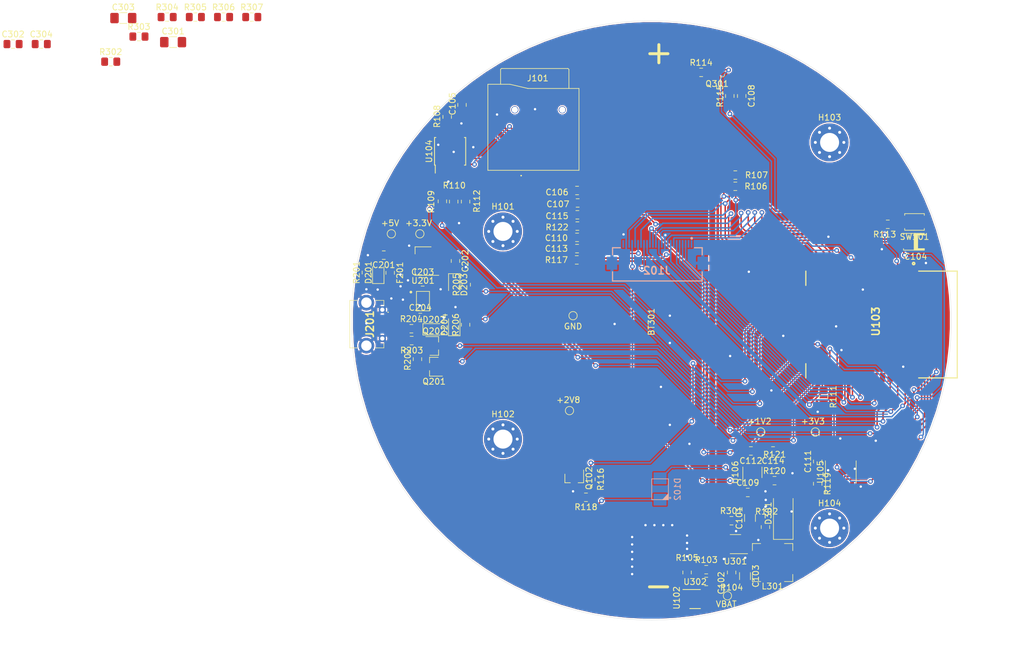
<source format=kicad_pcb>
(kicad_pcb (version 20171130) (host pcbnew "(5.1.4-0-10_14)")
  (layers (0 F.Cu signal) (31 B.Cu signal) (34 B.Paste user) (35 F.Paste user) (36 B.SilkS user) (37 F.SilkS user) (38 B.Mask user) (39 F.Mask user) (44 Edge.Cuts user))
  (net 0 "")
  (net 1 +5V)
  (net 2 GND)
  (net 3 +3V3)
  (net 4 /RX)
  (net 5 /TX)
  (net 6 VCC)
  (net 7 /IO16)
  (net 8 /SD2)
  (net 9 /SD3)
  (net 10 /SD0)
  (net 11 /SD1)
  (net 12 /PSRAM_CLK)
  (net 13 +2V8)
  (net 14 +1V2)
  (net 15 /CSI_PCLK)
  (net 16 /CAM_RST)
  (net 17 /TWI_SDA)
  (net 18 /TWI_SCK)
  (net 19 /CSI_VSYNC)
  (net 20 /CSI_HSYNC)
  (net 21 /CSI_D7)
  (net 22 /CSI_MCLK)
  (net 23 /CSI_D6)
  (net 24 /CSI_D5)
  (net 25 /CSI_D4)
  (net 26 /CSI_D0)
  (net 27 /CSI_D3)
  (net 28 /CSI_D1)
  (net 29 /CSI_D2)
  (net 30 /CSI_PWD)
  (net 31 /EN)
  (net 32 /IO0)
  (net 33 /SD_D3)
  (net 34 /SD_CMD)
  (net 35 /SD_CLK)
  (net 36 /SD_D0)
  (net 37 /SD_MOSI)
  (net 38 /SD_SCK)
  (net 39 /SD_CS)
  (net 40 /SD_MISO)
  (net 41 /IO13)
  (net 42 /IO32)
  (net 43 /BAT_ST)
  (net 44 "Net-(C102-Pad1)")
  (net 45 "Net-(D102-Pad1)")
  (net 46 "Net-(D201-Pad1)")
  (net 47 "Net-(D202-Pad1)")
  (net 48 "Net-(D202-Pad2)")
  (net 49 "Net-(D203-Pad1)")
  (net 50 "Net-(D204-Pad1)")
  (net 51 "/USB TO SERIAL/USB_PWR")
  (net 52 "Net-(J101-Pad1)")
  (net 53 "Net-(J101-Pad7)")
  (net 54 "Net-(J101-Pad8)")
  (net 55 "Net-(J101-Pad9)")
  (net 56 "Net-(J102-Pad24)")
  (net 57 "Net-(J102-Pad2)")
  (net 58 "Net-(J102-Pad1)")
  (net 59 "Net-(J201-Pad4)")
  (net 60 "/USB TO SERIAL/D+")
  (net 61 "/USB TO SERIAL/D-")
  (net 62 "Net-(Q101-Pad2)")
  (net 63 "Net-(Q102-Pad1)")
  (net 64 "Net-(Q102-Pad3)")
  (net 65 "/USB TO SERIAL/CTS")
  (net 66 "Net-(Q201-Pad1)")
  (net 67 "Net-(Q202-Pad1)")
  (net 68 "/USB TO SERIAL/RTS")
  (net 69 "Net-(R101-Pad2)")
  (net 70 "Net-(R104-Pad1)")
  (net 71 "Net-(R105-Pad2)")
  (net 72 "Net-(R109-Pad2)")
  (net 73 "Net-(R110-Pad2)")
  (net 74 "Net-(R112-Pad1)")
  (net 75 "Net-(R120-Pad1)")
  (net 76 "Net-(R121-Pad1)")
  (net 77 "Net-(U102-Pad4)")
  (net 78 "Net-(U103-Pad19)")
  (net 79 "Net-(U103-Pad20)")
  (net 80 "Net-(U103-Pad32)")
  (net 81 /BATTERY/VBAT)
  (net 82 "Net-(BT301-Pad-)")
  (net 83 "Net-(C302-Pad1)")
  (net 84 "Net-(D301-Pad1)")
  (net 85 "Net-(Q301-Pad2)")
  (net 86 "Net-(R301-Pad2)")
  (net 87 "Net-(R304-Pad1)")
  (net 88 "Net-(R305-Pad2)")
  (net 89 "Net-(U301-Pad6)")
  (net 90 "Net-(U302-Pad4)")
  (module Inductor_SMD:L_Bourns-SRN6028 (layer F.Cu) (at 165.4 130.8)
    (fp_text reference L301 (at 0 4) (layer F.SilkS))
    (fp_text value 22uH)
    (pad 1 smd rect (at -2.35 0) (size 1.6 5.7) (layers F.Cu F.Paste F.Mask) (net 84 "Net-(D301-Pad1)"))
    (pad 2 smd rect (at 2.35 0) (size 1.6 5.7) (layers F.Cu F.Paste F.Mask) (net 81 /BATTERY/VBAT))
  )
  (module Fuse:Fuse_0805_2012Metric_Pad1.15x1.40mm_HandSolder (layer F.Cu) (at 101 81.975 270)
    (fp_text reference F201 (at 0 -1.65 270) (layer F.SilkS))
    (fp_text value SMD0805-020-16V)
    (pad 1 smd roundrect (at -1.025 0 270) (size 1.15 1.4) (layers F.Cu F.Paste F.Mask) (roundrect_rratio 0.217391) (net 1 +5V))
    (pad 2 smd roundrect (at 1.025 0 270) (size 1.15 1.4) (layers F.Cu F.Paste F.Mask) (roundrect_rratio 0.217391) (net 51 "/USB TO SERIAL/USB_PWR"))
  )
  (module water-lib:C10418 (layer F.Cu) (at 97.2 90.625 90)
    (fp_text reference J201 (at 0 0.4 90) (layer F.SilkS) (effects (font (size 1.27 1.27) (thickness 0.254))))
    (fp_text value C10418 hide)
    (pad MH4 thru_hole circle (at 2.425 2.48 90) (size 1.2 1.2) (drill 0.7) (layers *.Cu *.Mask) (net 2 GND))
    (pad MH3 thru_hole circle (at -2.425 2.48 90) (size 1.2 1.2) (drill 0.7) (layers *.Cu *.Mask) (net 2 GND))
    (pad MH2 thru_hole circle (at 3.625 -0.2 90) (size 2.64 2.64) (drill 1.76) (layers *.Cu *.Mask) (net 2 GND))
    (pad MH1 thru_hole circle (at -3.625 -0.2 90) (size 2.64 2.64) (drill 1.76) (layers *.Cu *.Mask) (net 2 GND))
    (pad 5 smd rect (at -1.3 3 90) (size 0.4 1.6) (layers F.Cu F.Paste F.Mask) (net 2 GND))
    (pad 4 smd rect (at -0.65 3 90) (size 0.4 1.6) (layers F.Cu F.Paste F.Mask) (net 59 "Net-(J201-Pad4)"))
    (pad 3 smd rect (at 0 3 90) (size 0.4 1.6) (layers F.Cu F.Paste F.Mask) (net 60 "/USB TO SERIAL/D+"))
    (pad 2 smd rect (at 0.65 3 90) (size 0.4 1.6) (layers F.Cu F.Paste F.Mask) (net 61 "/USB TO SERIAL/D-"))
    (pad 1 smd rect (at 1.3 3 90) (size 0.4 1.6) (layers F.Cu F.Paste F.Mask) (net 51 "/USB TO SERIAL/USB_PWR"))
  )
  (module water-lib:TF-01A (layer F.Cu) (at 125.3 54.57 270)
    (fp_text reference J101 (at -5.38 -0.56) (layer F.SilkS))
    (fp_text value TF-01A)
    (fp_text user . (at 11.03 2.65 270) (layer F.SilkS))
    (pad 13 smd rect (at 9.63 7.18 270) (size 1.4 1.2) (layers F.Cu F.Paste F.Mask) (net 2 GND))
    (pad 1 smd rect (at 10.48 2.4 270) (size 1.3 0.7) (layers F.Cu F.Paste F.Mask) (net 52 "Net-(J101-Pad1)"))
    (pad 2 smd rect (at 10.48 1.3 270) (size 1.3 0.7) (layers F.Cu F.Paste F.Mask) (net 33 /SD_D3))
    (pad 3 smd rect (at 10.48 0.2 270) (size 1.3 0.7) (layers F.Cu F.Paste F.Mask) (net 34 /SD_CMD))
    (pad 4 smd rect (at 10.48 -0.9 270) (size 1.3 0.7) (layers F.Cu F.Paste F.Mask) (net 3 +3V3))
    (pad 5 smd rect (at 10.48 -2 270) (size 1.3 0.7) (layers F.Cu F.Paste F.Mask) (net 35 /SD_CLK))
    (pad 6 smd rect (at 10.48 -3.1 270) (size 1.3 0.7) (layers F.Cu F.Paste F.Mask) (net 2 GND))
    (pad 7 smd rect (at 10.48 -4.2 270) (size 1.3 0.7) (layers F.Cu F.Paste F.Mask) (net 53 "Net-(J101-Pad7)"))
    (pad 8 smd rect (at 10.48 -5.3 270) (size 1.3 0.7) (layers F.Cu F.Paste F.Mask) (net 54 "Net-(J101-Pad8)"))
    (pad 9 smd rect (at 10.48 -6.4 270) (size 1.3 0.7) (layers F.Cu F.Paste F.Mask) (net 55 "Net-(J101-Pad9)"))
    (pad 10 smd rect (at 9.63 -7.5 270) (size 1.4 1.2) (layers F.Cu F.Paste F.Mask) (net 2 GND))
    (pad 11 smd rect (at -0.07 -7.5 270) (size 2 1.2) (layers F.Cu F.Paste F.Mask) (net 2 GND))
    (pad 12 smd rect (at -0.07 8.02 270) (size 2 1.2) (layers F.Cu F.Paste F.Mask) (net 2 GND))
    (pad 14 thru_hole circle (at -0.07 -4.69 270) (size 1.2 1.2) (drill 1) (layers *.Cu *.Mask))
    (pad 15 thru_hole circle (at -0.07 3.31 270) (size 1.2 1.2) (drill 1) (layers *.Cu *.Mask))
  )
  (module Package_SO:SOP-8_3.76x4.96mm_P1.27mm (layer F.Cu) (at 176.885 115.5375 90)
    (fp_text reference U105 (at 0 -3.43 90) (layer F.SilkS))
    (fp_text value IPS6404L-SQ-SPN)
    (pad 1 smd roundrect (at -2.5375 -1.905 90) (size 1.975 0.65) (layers F.Cu F.Paste F.Mask) (net 7 /IO16))
    (pad 2 smd roundrect (at -2.5375 -0.635 90) (size 1.975 0.65) (layers F.Cu F.Paste F.Mask) (net 10 /SD0))
    (pad 3 smd roundrect (at -2.5375 0.635 90) (size 1.975 0.65) (layers F.Cu F.Paste F.Mask) (net 9 /SD3))
    (pad 4 smd roundrect (at -2.5375 1.905 90) (size 1.975 0.65) (layers F.Cu F.Paste F.Mask) (net 2 GND))
    (pad 5 smd roundrect (at 2.5375 1.905 90) (size 1.975 0.65) (layers F.Cu F.Paste F.Mask) (net 11 /SD1))
    (pad 6 smd roundrect (at 2.5375 0.635 90) (size 1.975 0.65) (layers F.Cu F.Paste F.Mask) (net 12 /PSRAM_CLK))
    (pad 7 smd roundrect (at 2.5375 -0.635 90) (size 1.975 0.65) (layers F.Cu F.Paste F.Mask) (net 8 /SD2))
    (pad 8 smd roundrect (at 2.5375 -1.905 90) (size 1.975 0.65) (layers F.Cu F.Paste F.Mask) (net 3 +3V3))
  )
  (module water-lib:ESP-32S (layer F.Cu) (at 171 90.69 270)
    (fp_text reference U103 (at -0.511 -11.787 90) (layer F.SilkS) (effects (font (size 1.27 1.27) (thickness 0.254))))
    (fp_text value ESP-32s hide)
    (pad 1 smd rect (at -8.9 -18.01) (size 0.9 1.5) (layers F.Cu F.Paste F.Mask) (net 2 GND))
    (pad 2 smd rect (at -8.9 -16.74) (size 0.9 1.5) (layers F.Cu F.Paste F.Mask) (net 3 +3V3))
    (pad 3 smd rect (at -8.9 -15.47) (size 0.9 1.5) (layers F.Cu F.Paste F.Mask) (net 31 /EN))
    (pad 4 smd rect (at -8.9 -14.2) (size 0.9 1.5) (layers F.Cu F.Paste F.Mask) (net 25 /CSI_D4))
    (pad 5 smd rect (at -8.9 -12.93) (size 0.9 1.5) (layers F.Cu F.Paste F.Mask) (net 24 /CSI_D5))
    (pad 6 smd rect (at -8.9 -11.66) (size 0.9 1.5) (layers F.Cu F.Paste F.Mask) (net 23 /CSI_D6))
    (pad 7 smd rect (at -8.9 -10.39) (size 0.9 1.5) (layers F.Cu F.Paste F.Mask) (net 21 /CSI_D7))
    (pad 8 smd rect (at -8.9 -9.12) (size 0.9 1.5) (layers F.Cu F.Paste F.Mask) (net 42 /IO32))
    (pad 9 smd rect (at -8.9 -7.85) (size 0.9 1.5) (layers F.Cu F.Paste F.Mask) (net 43 /BAT_ST))
    (pad 10 smd rect (at -8.9 -6.58) (size 0.9 1.5) (layers F.Cu F.Paste F.Mask) (net 19 /CSI_VSYNC))
    (pad 11 smd rect (at -8.9 -5.31) (size 0.9 1.5) (layers F.Cu F.Paste F.Mask) (net 17 /TWI_SDA))
    (pad 12 smd rect (at -8.9 -4.04) (size 0.9 1.5) (layers F.Cu F.Paste F.Mask) (net 18 /TWI_SCK))
    (pad 13 smd rect (at -8.9 -2.77) (size 0.9 1.5) (layers F.Cu F.Paste F.Mask) (net 37 /SD_MOSI))
    (pad 14 smd rect (at -8.9 -1.5) (size 0.9 1.5) (layers F.Cu F.Paste F.Mask) (net 40 /SD_MISO))
    (pad 15 smd rect (at -5.71 0 270) (size 0.9 1.5) (layers F.Cu F.Paste F.Mask) (net 2 GND))
    (pad 16 smd rect (at -4.44 0 270) (size 0.9 1.5) (layers F.Cu F.Paste F.Mask) (net 41 /IO13))
    (pad 17 smd rect (at -3.17 0 270) (size 0.9 1.5) (layers F.Cu F.Paste F.Mask) (net 8 /SD2))
    (pad 18 smd rect (at -1.9 0 270) (size 0.9 1.5) (layers F.Cu F.Paste F.Mask) (net 9 /SD3))
    (pad 19 smd rect (at -0.63 0 270) (size 0.9 1.5) (layers F.Cu F.Paste F.Mask) (net 78 "Net-(U103-Pad19)"))
    (pad 20 smd rect (at 0.64 0 270) (size 0.9 1.5) (layers F.Cu F.Paste F.Mask) (net 79 "Net-(U103-Pad20)"))
    (pad 21 smd rect (at 1.91 0 270) (size 0.9 1.5) (layers F.Cu F.Paste F.Mask) (net 10 /SD0))
    (pad 22 smd rect (at 3.18 0 270) (size 0.9 1.5) (layers F.Cu F.Paste F.Mask) (net 11 /SD1))
    (pad 23 smd rect (at 4.45 0 270) (size 0.9 1.5) (layers F.Cu F.Paste F.Mask) (net 38 /SD_SCK))
    (pad 24 smd rect (at 5.72 0 270) (size 0.9 1.5) (layers F.Cu F.Paste F.Mask) (net 39 /SD_CS))
    (pad 25 smd rect (at 8.9 -1.5) (size 0.9 1.5) (layers F.Cu F.Paste F.Mask) (net 32 /IO0))
    (pad 26 smd rect (at 8.9 -2.77) (size 0.9 1.5) (layers F.Cu F.Paste F.Mask) (net 22 /CSI_MCLK))
    (pad 27 smd rect (at 8.9 -4.04) (size 0.9 1.5) (layers F.Cu F.Paste F.Mask) (net 7 /IO16))
    (pad 28 smd rect (at 8.9 -5.31) (size 0.9 1.5) (layers F.Cu F.Paste F.Mask) (net 12 /PSRAM_CLK))
    (pad 29 smd rect (at 8.9 -6.58) (size 0.9 1.5) (layers F.Cu F.Paste F.Mask) (net 26 /CSI_D0))
    (pad 30 smd rect (at 8.9 -7.85) (size 0.9 1.5) (layers F.Cu F.Paste F.Mask) (net 28 /CSI_D1))
    (pad 31 smd rect (at 8.9 -9.12) (size 0.9 1.5) (layers F.Cu F.Paste F.Mask) (net 29 /CSI_D2))
    (pad 32 smd rect (at 8.9 -10.39) (size 0.9 1.5) (layers F.Cu F.Paste F.Mask) (net 80 "Net-(U103-Pad32)"))
    (pad 33 smd rect (at 8.9 -11.66) (size 0.9 1.5) (layers F.Cu F.Paste F.Mask) (net 27 /CSI_D3))
    (pad 34 smd rect (at 8.9 -12.93) (size 0.9 1.5) (layers F.Cu F.Paste F.Mask) (net 5 /TX))
    (pad 35 smd rect (at 8.9 -14.2) (size 0.9 1.5) (layers F.Cu F.Paste F.Mask) (net 4 /RX))
    (pad 36 smd rect (at 8.9 -15.47) (size 0.9 1.5) (layers F.Cu F.Paste F.Mask) (net 15 /CSI_PCLK))
    (pad 37 smd rect (at 8.9 -16.74) (size 0.9 1.5) (layers F.Cu F.Paste F.Mask) (net 20 /CSI_HSYNC))
    (pad 38 smd rect (at 8.9 -18.01) (size 0.9 1.5) (layers F.Cu F.Paste F.Mask) (net 2 GND))
  )
  (module "water-lib:FH12-24S-0.5SH(55)" (layer B.Cu) (at 146 77.75 180)
    (fp_text reference J102 (at 0.1 -3.85) (layer B.SilkS) (effects (font (size 1.27 1.27) (thickness 0.254)) (justify mirror)))
    (fp_text value "FH12-24S-0.5SH(55)" hide)
    (pad 26 smd rect (at 7.65 -2.6 180) (size 1.8 2.2) (layers B.Cu B.Paste B.Mask) (net 2 GND))
    (pad 25 smd rect (at -7.65 -2.6 180) (size 1.8 2.2) (layers B.Cu B.Paste B.Mask) (net 2 GND))
    (pad 24 smd rect (at 5.75 0.65 180) (size 0.3 1.3) (layers B.Cu B.Paste B.Mask) (net 56 "Net-(J102-Pad24)"))
    (pad 23 smd rect (at 5.25 0.65 180) (size 0.3 1.3) (layers B.Cu B.Paste B.Mask) (net 2 GND))
    (pad 22 smd rect (at 4.75 0.65 180) (size 0.3 1.3) (layers B.Cu B.Paste B.Mask) (net 17 /TWI_SDA))
    (pad 21 smd rect (at 4.25 0.65 180) (size 0.3 1.3) (layers B.Cu B.Paste B.Mask) (net 13 +2V8))
    (pad 20 smd rect (at 3.75 0.65 180) (size 0.3 1.3) (layers B.Cu B.Paste B.Mask) (net 18 /TWI_SCK))
    (pad 19 smd rect (at 3.25 0.65 180) (size 0.3 1.3) (layers B.Cu B.Paste B.Mask) (net 16 /CAM_RST))
    (pad 18 smd rect (at 2.75 0.65 180) (size 0.3 1.3) (layers B.Cu B.Paste B.Mask) (net 19 /CSI_VSYNC))
    (pad 17 smd rect (at 2.25 0.65 180) (size 0.3 1.3) (layers B.Cu B.Paste B.Mask) (net 30 /CSI_PWD))
    (pad 16 smd rect (at 1.75 0.65 180) (size 0.3 1.3) (layers B.Cu B.Paste B.Mask) (net 20 /CSI_HSYNC))
    (pad 15 smd rect (at 1.25 0.65 180) (size 0.3 1.3) (layers B.Cu B.Paste B.Mask) (net 14 +1V2))
    (pad 14 smd rect (at 0.75 0.65 180) (size 0.3 1.3) (layers B.Cu B.Paste B.Mask) (net 3 +3V3))
    (pad 13 smd rect (at 0.25 0.65 180) (size 0.3 1.3) (layers B.Cu B.Paste B.Mask) (net 21 /CSI_D7))
    (pad 12 smd rect (at -0.25 0.65 180) (size 0.3 1.3) (layers B.Cu B.Paste B.Mask) (net 22 /CSI_MCLK))
    (pad 11 smd rect (at -0.75 0.65 180) (size 0.3 1.3) (layers B.Cu B.Paste B.Mask) (net 23 /CSI_D6))
    (pad 10 smd rect (at -1.25 0.65 180) (size 0.3 1.3) (layers B.Cu B.Paste B.Mask) (net 2 GND))
    (pad 9 smd rect (at -1.75 0.65 180) (size 0.3 1.3) (layers B.Cu B.Paste B.Mask) (net 24 /CSI_D5))
    (pad 8 smd rect (at -2.25 0.65 180) (size 0.3 1.3) (layers B.Cu B.Paste B.Mask) (net 15 /CSI_PCLK))
    (pad 7 smd rect (at -2.75 0.65 180) (size 0.3 1.3) (layers B.Cu B.Paste B.Mask) (net 25 /CSI_D4))
    (pad 6 smd rect (at -3.25 0.65 180) (size 0.3 1.3) (layers B.Cu B.Paste B.Mask) (net 26 /CSI_D0))
    (pad 5 smd rect (at -3.75 0.65 180) (size 0.3 1.3) (layers B.Cu B.Paste B.Mask) (net 27 /CSI_D3))
    (pad 4 smd rect (at -4.25 0.65 180) (size 0.3 1.3) (layers B.Cu B.Paste B.Mask) (net 28 /CSI_D1))
    (pad 3 smd rect (at -4.75 0.65 180) (size 0.3 1.3) (layers B.Cu B.Paste B.Mask) (net 29 /CSI_D2))
    (pad 2 smd rect (at -5.25 0.65 180) (size 0.3 1.3) (layers B.Cu B.Paste B.Mask) (net 57 "Net-(J102-Pad2)"))
    (pad 1 smd rect (at -5.75 0.65 180) (size 0.3 1.3) (layers B.Cu B.Paste B.Mask) (net 58 "Net-(J102-Pad1)"))
  )
  (module Capacitor_SMD:C_0805_2012Metric_Pad1.15x1.40mm_HandSolder (layer F.Cu) (at 154.225 134 180)
    (fp_text reference C102 (at -2.525 -0.25 90) (layer F.SilkS))
    (fp_text value 0.1uF hide)
    (pad 1 smd roundrect (at -1.025 0 180) (size 1.15 1.4) (layers F.Cu F.Paste F.Mask) (roundrect_rratio 0.217391) (net 44 "Net-(C102-Pad1)"))
    (pad 2 smd roundrect (at 1.025 0 180) (size 1.15 1.4) (layers F.Cu F.Paste F.Mask) (roundrect_rratio 0.217391) (net 82 "Net-(BT301-Pad-)"))
  )
  (module Resistor_SMD:R_0805_2012Metric_Pad1.15x1.40mm_HandSolder (layer F.Cu) (at 154.225 132)
    (fp_text reference R103 (at 0 -1.65) (layer F.SilkS))
    (fp_text value 100 hide)
    (pad 1 smd roundrect (at -1.025 0) (size 1.15 1.4) (layers F.Cu F.Paste F.Mask) (roundrect_rratio 0.217391) (net 44 "Net-(C102-Pad1)"))
    (pad 2 smd roundrect (at 1.025 0) (size 1.15 1.4) (layers F.Cu F.Paste F.Mask) (roundrect_rratio 0.217391) (net 81 /BATTERY/VBAT))
  )
  (module Resistor_SMD:R_0805_2012Metric_Pad1.15x1.40mm_HandSolder (layer F.Cu) (at 151 132.475 270)
    (fp_text reference R105 (at -2.475 0 180) (layer F.SilkS))
    (fp_text value 1k)
    (pad 2 smd roundrect (at 1.025 0 270) (size 1.15 1.4) (layers F.Cu F.Paste F.Mask) (roundrect_rratio 0.217391) (net 71 "Net-(R105-Pad2)"))
    (pad 1 smd roundrect (at -1.025 0 270) (size 1.15 1.4) (layers F.Cu F.Paste F.Mask) (roundrect_rratio 0.217391) (net 2 GND))
  )
  (module Package_TO_SOT_SMD:SOT-23-6_Handsoldering (layer F.Cu) (at 152.35 136.95)
    (fp_text reference U102 (at -3.1 -0.2 90) (layer F.SilkS))
    (fp_text value DW06D)
    (pad 1 smd rect (at -1.35 -0.95) (size 1.56 0.65) (layers F.Cu F.Paste F.Mask) (net 71 "Net-(R105-Pad2)"))
    (pad 2 smd rect (at -1.35 0) (size 1.56 0.65) (layers F.Cu F.Paste F.Mask) (net 2 GND))
    (pad 3 smd rect (at -1.35 0.95) (size 1.56 0.65) (layers F.Cu F.Paste F.Mask) (net 82 "Net-(BT301-Pad-)"))
    (pad 4 smd rect (at 1.35 0.95) (size 1.56 0.65) (layers F.Cu F.Paste F.Mask) (net 77 "Net-(U102-Pad4)"))
    (pad 6 smd rect (at 1.35 -0.95) (size 1.56 0.65) (layers F.Cu F.Paste F.Mask) (net 82 "Net-(BT301-Pad-)"))
    (pad 5 smd rect (at 1.35 0) (size 1.56 0.65) (layers F.Cu F.Paste F.Mask) (net 44 "Net-(C102-Pad1)"))
  )
  (module Resistor_SMD:R_0805_2012Metric_Pad1.15x1.40mm_HandSolder (layer F.Cu) (at 164.2 124.825 90)
    (fp_text reference R102 (at 2.625 0.2 180) (layer F.SilkS))
    (fp_text value 2k2 hide)
    (pad 1 smd roundrect (at -1.025 0 90) (size 1.15 1.4) (layers F.Cu F.Paste F.Mask) (roundrect_rratio 0.217391) (net 69 "Net-(R101-Pad2)"))
    (pad 2 smd roundrect (at 1.025 0 90) (size 1.15 1.4) (layers F.Cu F.Paste F.Mask) (roundrect_rratio 0.217391) (net 2 GND))
  )
  (module Resistor_SMD:R_0805_2012Metric_Pad1.15x1.40mm_HandSolder (layer F.Cu) (at 158.5 132.475 270)
    (fp_text reference R104 (at 2.525 0 180) (layer F.SilkS))
    (fp_text value 10k hide)
    (pad 1 smd roundrect (at -1.025 0 270) (size 1.15 1.4) (layers F.Cu F.Paste F.Mask) (roundrect_rratio 0.217391) (net 70 "Net-(R104-Pad1)"))
    (pad 2 smd roundrect (at 1.025 0 270) (size 1.15 1.4) (layers F.Cu F.Paste F.Mask) (roundrect_rratio 0.217391) (net 81 /BATTERY/VBAT))
  )
  (module Capacitor_SMD:C_0805_2012Metric_Pad1.15x1.40mm_HandSolder (layer F.Cu) (at 173 113.775 90)
    (fp_text reference C111 (at 0 -1.65 90) (layer F.SilkS))
    (fp_text value 1uF)
    (pad 1 smd roundrect (at -1.025 0 90) (size 1.15 1.4) (layers F.Cu F.Paste F.Mask) (roundrect_rratio 0.217391) (net 2 GND))
    (pad 2 smd roundrect (at 1.025 0 90) (size 1.15 1.4) (layers F.Cu F.Paste F.Mask) (roundrect_rratio 0.217391) (net 3 +3V3))
  )
  (module Resistor_SMD:R_0805_2012Metric_Pad1.15x1.40mm_HandSolder (layer F.Cu) (at 173 117.525 270)
    (fp_text reference R119 (at 0 -1.65 90) (layer F.SilkS))
    (fp_text value 10k)
    (pad 1 smd roundrect (at -1.025 0 270) (size 1.15 1.4) (layers F.Cu F.Paste F.Mask) (roundrect_rratio 0.217391) (net 3 +3V3))
    (pad 2 smd roundrect (at 1.025 0 270) (size 1.15 1.4) (layers F.Cu F.Paste F.Mask) (roundrect_rratio 0.217391) (net 7 /IO16))
  )
  (module Capacitor_SMD:C_0805_2012Metric_Pad1.15x1.40mm_HandSolder (layer F.Cu) (at 161.225 119)
    (fp_text reference C109 (at 0 -1.65) (layer F.SilkS))
    (fp_text value 1uF)
    (pad 1 smd roundrect (at -1.025 0) (size 1.15 1.4) (layers F.Cu F.Paste F.Mask) (roundrect_rratio 0.217391) (net 13 +2V8))
    (pad 2 smd roundrect (at 1.025 0) (size 1.15 1.4) (layers F.Cu F.Paste F.Mask) (roundrect_rratio 0.217391) (net 2 GND))
  )
  (module Capacitor_SMD:C_0805_2012Metric_Pad1.15x1.40mm_HandSolder (layer F.Cu) (at 161.75 112 180)
    (fp_text reference C112 (at 0 -1.65) (layer F.SilkS))
    (fp_text value 1uF)
    (pad 2 smd roundrect (at 1.025 0 180) (size 1.15 1.4) (layers F.Cu F.Paste F.Mask) (roundrect_rratio 0.217391) (net 14 +1V2))
    (pad 1 smd roundrect (at -1.025 0 180) (size 1.15 1.4) (layers F.Cu F.Paste F.Mask) (roundrect_rratio 0.217391) (net 2 GND))
  )
  (module Capacitor_SMD:C_0805_2012Metric_Pad1.15x1.40mm_HandSolder (layer F.Cu) (at 165.475 112 180)
    (fp_text reference C114 (at 0 -1.65) (layer F.SilkS))
    (fp_text value 1uF)
    (pad 1 smd roundrect (at -1.025 0 180) (size 1.15 1.4) (layers F.Cu F.Paste F.Mask) (roundrect_rratio 0.217391) (net 2 GND))
    (pad 2 smd roundrect (at 1.025 0 180) (size 1.15 1.4) (layers F.Cu F.Paste F.Mask) (roundrect_rratio 0.217391) (net 3 +3V3))
  )
  (module Resistor_SMD:R_0805_2012Metric_Pad1.15x1.40mm_HandSolder (layer F.Cu) (at 165.725 117)
    (fp_text reference R120 (at 0 -1.65) (layer F.SilkS))
    (fp_text value 10k)
    (pad 2 smd roundrect (at 1.025 0) (size 1.15 1.4) (layers F.Cu F.Paste F.Mask) (roundrect_rratio 0.217391) (net 3 +3V3))
    (pad 1 smd roundrect (at -1.025 0) (size 1.15 1.4) (layers F.Cu F.Paste F.Mask) (roundrect_rratio 0.217391) (net 75 "Net-(R120-Pad1)"))
  )
  (module Resistor_SMD:R_0805_2012Metric_Pad1.15x1.40mm_HandSolder (layer F.Cu) (at 165.75 114.25)
    (fp_text reference R121 (at 0 -1.65) (layer F.SilkS))
    (fp_text value 10k)
    (pad 1 smd roundrect (at -1.025 0) (size 1.15 1.4) (layers F.Cu F.Paste F.Mask) (roundrect_rratio 0.217391) (net 76 "Net-(R121-Pad1)"))
    (pad 2 smd roundrect (at 1.025 0) (size 1.15 1.4) (layers F.Cu F.Paste F.Mask) (roundrect_rratio 0.217391) (net 3 +3V3))
  )
  (module Package_TO_SOT_SMD:SOT-23-6_Handsoldering (layer F.Cu) (at 162 115.6 90)
    (fp_text reference U106 (at 0 -2.9 90) (layer F.SilkS))
    (fp_text value RT9011-CMGJ6)
    (pad 1 smd rect (at -1.35 -0.95 90) (size 1.56 0.65) (layers F.Cu F.Paste F.Mask) (net 13 +2V8))
    (pad 2 smd rect (at -1.35 0 90) (size 1.56 0.65) (layers F.Cu F.Paste F.Mask) (net 2 GND))
    (pad 3 smd rect (at -1.35 0.95 90) (size 1.56 0.65) (layers F.Cu F.Paste F.Mask) (net 75 "Net-(R120-Pad1)"))
    (pad 4 smd rect (at 1.35 0.95 90) (size 1.56 0.65) (layers F.Cu F.Paste F.Mask) (net 76 "Net-(R121-Pad1)"))
    (pad 6 smd rect (at 1.35 -0.95 90) (size 1.56 0.65) (layers F.Cu F.Paste F.Mask) (net 14 +1V2))
    (pad 5 smd rect (at 1.35 0 90) (size 1.56 0.65) (layers F.Cu F.Paste F.Mask) (net 3 +3V3))
  )
  (module Capacitor_SMD:C_0805_2012Metric_Pad1.15x1.40mm_HandSolder (layer F.Cu) (at 132.475 77.9)
    (fp_text reference C113 (at -3.475 0) (layer F.SilkS))
    (fp_text value 15pF hide)
    (pad 1 smd roundrect (at -1.025 0) (size 1.15 1.4) (layers F.Cu F.Paste F.Mask) (roundrect_rratio 0.217391) (net 2 GND))
    (pad 2 smd roundrect (at 1.025 0) (size 1.15 1.4) (layers F.Cu F.Paste F.Mask) (roundrect_rratio 0.217391) (net 15 /CSI_PCLK))
  )
  (module Capacitor_SMD:C_0805_2012Metric_Pad1.15x1.40mm_HandSolder (layer F.Cu) (at 132.525 72.2)
    (fp_text reference C115 (at -3.425 0.2) (layer F.SilkS))
    (fp_text value 0.1uF hide)
    (pad 2 smd roundrect (at 1.025 0) (size 1.15 1.4) (layers F.Cu F.Paste F.Mask) (roundrect_rratio 0.217391) (net 3 +3V3))
    (pad 1 smd roundrect (at -1.025 0) (size 1.15 1.4) (layers F.Cu F.Paste F.Mask) (roundrect_rratio 0.217391) (net 2 GND))
  )
  (module water-lib:TAJB107M010RNJ (layer F.Cu) (at 189.2 76.75 180)
    (fp_text reference C104 (at -0.3 -2.5) (layer F.SilkS))
    (fp_text value 100uF)
    (pad 2 smd rect (at -1.7 0 270) (size 2.2 2) (layers F.Cu F.Paste F.Mask) (net 2 GND))
    (pad 1 smd rect (at 1.7 0 270) (size 2.2 2) (layers F.Cu F.Paste F.Mask) (net 3 +3V3))
  )
  (module Capacitor_SMD:C_0805_2012Metric_Pad1.15x1.40mm_HandSolder (layer F.Cu) (at 132.475 76)
    (fp_text reference C110 (at -3.475 0.1) (layer F.SilkS))
    (fp_text value 1uF hide)
    (pad 1 smd roundrect (at -1.025 0) (size 1.15 1.4) (layers F.Cu F.Paste F.Mask) (roundrect_rratio 0.217391) (net 2 GND))
    (pad 2 smd roundrect (at 1.025 0) (size 1.15 1.4) (layers F.Cu F.Paste F.Mask) (roundrect_rratio 0.217391) (net 16 /CAM_RST))
  )
  (module Resistor_SMD:R_0805_2012Metric_Pad1.15x1.40mm_HandSolder (layer F.Cu) (at 132.425 79.8 180)
    (fp_text reference R117 (at 3.425 0) (layer F.SilkS))
    (fp_text value 1k hide)
    (pad 2 smd roundrect (at 1.025 0 180) (size 1.15 1.4) (layers F.Cu F.Paste F.Mask) (roundrect_rratio 0.217391) (net 2 GND))
    (pad 1 smd roundrect (at -1.025 0 180) (size 1.15 1.4) (layers F.Cu F.Paste F.Mask) (roundrect_rratio 0.217391) (net 30 /CSI_PWD))
  )
  (module Resistor_SMD:R_0805_2012Metric_Pad1.15x1.40mm_HandSolder (layer F.Cu) (at 159.125 67.4)
    (fp_text reference R106 (at 3.475 0) (layer F.SilkS))
    (fp_text value 4k7)
    (pad 1 smd roundrect (at -1.025 0) (size 1.15 1.4) (layers F.Cu F.Paste F.Mask) (roundrect_rratio 0.217391) (net 17 /TWI_SDA))
    (pad 2 smd roundrect (at 1.025 0) (size 1.15 1.4) (layers F.Cu F.Paste F.Mask) (roundrect_rratio 0.217391) (net 3 +3V3))
  )
  (module Resistor_SMD:R_0805_2012Metric_Pad1.15x1.40mm_HandSolder (layer F.Cu) (at 159.125 65.5)
    (fp_text reference R107 (at 3.575 0) (layer F.SilkS))
    (fp_text value 4k7)
    (pad 1 smd roundrect (at -1.025 0) (size 1.15 1.4) (layers F.Cu F.Paste F.Mask) (roundrect_rratio 0.217391) (net 18 /TWI_SCK))
    (pad 2 smd roundrect (at 1.025 0) (size 1.15 1.4) (layers F.Cu F.Paste F.Mask) (roundrect_rratio 0.217391) (net 3 +3V3))
  )
  (module Resistor_SMD:R_0805_2012Metric_Pad1.15x1.40mm_HandSolder (layer F.Cu) (at 173.99 102.87 270)
    (fp_text reference R111 (at 0 -1.65 90) (layer F.SilkS))
    (fp_text value 10k)
    (pad 1 smd roundrect (at -1.025 0 270) (size 1.15 1.4) (layers F.Cu F.Paste F.Mask) (roundrect_rratio 0.217391) (net 22 /CSI_MCLK))
    (pad 2 smd roundrect (at 1.025 0 270) (size 1.15 1.4) (layers F.Cu F.Paste F.Mask) (roundrect_rratio 0.217391) (net 3 +3V3))
  )
  (module Resistor_SMD:R_0805_2012Metric_Pad1.15x1.40mm_HandSolder (layer F.Cu) (at 132.525 74.1)
    (fp_text reference R122 (at -3.425 0.2) (layer F.SilkS))
    (fp_text value 4k7 hide)
    (pad 2 smd roundrect (at 1.025 0) (size 1.15 1.4) (layers F.Cu F.Paste F.Mask) (roundrect_rratio 0.217391) (net 16 /CAM_RST))
    (pad 1 smd roundrect (at -1.025 0) (size 1.15 1.4) (layers F.Cu F.Paste F.Mask) (roundrect_rratio 0.217391) (net 3 +3V3))
  )
  (module Resistor_SMD:R_0805_2012Metric_Pad1.15x1.40mm_HandSolder (layer F.Cu) (at 184.8 73.8 180)
    (fp_text reference R113 (at 0.525 -1.7) (layer F.SilkS))
    (fp_text value 10k)
    (pad 1 smd roundrect (at -1.025 0 180) (size 1.15 1.4) (layers F.Cu F.Paste F.Mask) (roundrect_rratio 0.217391) (net 3 +3V3))
    (pad 2 smd roundrect (at 1.025 0 180) (size 1.15 1.4) (layers F.Cu F.Paste F.Mask) (roundrect_rratio 0.217391) (net 31 /EN))
  )
  (module Package_SO:TSSOP-14_4.4x5mm_P0.65mm (layer F.Cu) (at 111.1 61.5 90)
    (fp_text reference U104 (at 0 -3.55 90) (layer F.SilkS))
    (fp_text value SN74LVC125ADBR)
    (pad 1 smd rect (at -2.95 -1.95 90) (size 1.45 0.45) (layers F.Cu F.Paste F.Mask) (net 2 GND))
    (pad 2 smd rect (at -2.95 -1.3 90) (size 1.45 0.45) (layers F.Cu F.Paste F.Mask) (net 72 "Net-(R109-Pad2)"))
    (pad 3 smd rect (at -2.95 -0.65 90) (size 1.45 0.45) (layers F.Cu F.Paste F.Mask) (net 34 /SD_CMD))
    (pad 4 smd rect (at -2.95 0 90) (size 1.45 0.45) (layers F.Cu F.Paste F.Mask) (net 2 GND))
    (pad 5 smd rect (at -2.95 0.65 90) (size 1.45 0.45) (layers F.Cu F.Paste F.Mask) (net 73 "Net-(R110-Pad2)"))
    (pad 6 smd rect (at -2.95 1.3 90) (size 1.45 0.45) (layers F.Cu F.Paste F.Mask) (net 35 /SD_CLK))
    (pad 7 smd rect (at -2.95 1.95 90) (size 1.45 0.45) (layers F.Cu F.Paste F.Mask) (net 2 GND))
    (pad 8 smd rect (at 2.95 1.95 90) (size 1.45 0.45) (layers F.Cu F.Paste F.Mask) (net 33 /SD_D3))
    (pad 9 smd rect (at 2.95 1.3 90) (size 1.45 0.45) (layers F.Cu F.Paste F.Mask) (net 74 "Net-(R112-Pad1)"))
    (pad 10 smd rect (at 2.95 0.65 90) (size 1.45 0.45) (layers F.Cu F.Paste F.Mask) (net 2 GND))
    (pad 11 smd rect (at 2.95 0 90) (size 1.45 0.45) (layers F.Cu F.Paste F.Mask) (net 40 /SD_MISO))
    (pad 12 smd rect (at 2.95 -0.65 90) (size 1.45 0.45) (layers F.Cu F.Paste F.Mask) (net 36 /SD_D0))
    (pad 13 smd rect (at 2.95 -1.3 90) (size 1.45 0.45) (layers F.Cu F.Paste F.Mask) (net 2 GND))
    (pad 14 smd rect (at 2.95 -1.95 90) (size 1.45 0.45) (layers F.Cu F.Paste F.Mask) (net 3 +3V3))
  )
  (module Capacitor_SMD:C_0805_2012Metric_Pad1.15x1.40mm_HandSolder (layer F.Cu) (at 113.1 53.675 270)
    (fp_text reference C105 (at -0.175 1.6 90) (layer F.SilkS))
    (fp_text value 10uF)
    (pad 1 smd roundrect (at -1.025 0 270) (size 1.15 1.4) (layers F.Cu F.Paste F.Mask) (roundrect_rratio 0.217391) (net 2 GND))
    (pad 2 smd roundrect (at 1.025 0 270) (size 1.15 1.4) (layers F.Cu F.Paste F.Mask) (roundrect_rratio 0.217391) (net 3 +3V3))
  )
  (module Capacitor_SMD:C_0805_2012Metric_Pad1.15x1.40mm_HandSolder (layer F.Cu) (at 132.475 68.1 180)
    (fp_text reference C106 (at 3.375 -0.3) (layer F.SilkS))
    (fp_text value 0.1uF)
    (pad 2 smd roundrect (at 1.025 0 180) (size 1.15 1.4) (layers F.Cu F.Paste F.Mask) (roundrect_rratio 0.217391) (net 3 +3V3))
    (pad 1 smd roundrect (at -1.025 0 180) (size 1.15 1.4) (layers F.Cu F.Paste F.Mask) (roundrect_rratio 0.217391) (net 2 GND))
  )
  (module Capacitor_SMD:C_0805_2012Metric_Pad1.15x1.40mm_HandSolder (layer F.Cu) (at 132.575 70.2 180)
    (fp_text reference C107 (at 3.325 -0.2) (layer F.SilkS))
    (fp_text value 0.1uF)
    (pad 1 smd roundrect (at -1.025 0 180) (size 1.15 1.4) (layers F.Cu F.Paste F.Mask) (roundrect_rratio 0.217391) (net 2 GND))
    (pad 2 smd roundrect (at 1.025 0 180) (size 1.15 1.4) (layers F.Cu F.Paste F.Mask) (roundrect_rratio 0.217391) (net 3 +3V3))
  )
  (module Resistor_SMD:R_0805_2012Metric_Pad1.15x1.40mm_HandSolder (layer F.Cu) (at 110.6 55.7 270)
    (fp_text reference R108 (at -0.075 1.7 90) (layer F.SilkS))
    (fp_text value 3k3)
    (pad 2 smd roundrect (at 1.025 0 270) (size 1.15 1.4) (layers F.Cu F.Paste F.Mask) (roundrect_rratio 0.217391) (net 36 /SD_D0))
    (pad 1 smd roundrect (at -1.025 0 270) (size 1.15 1.4) (layers F.Cu F.Paste F.Mask) (roundrect_rratio 0.217391) (net 53 "Net-(J101-Pad7)"))
  )
  (module Resistor_SMD:R_0805_2012Metric_Pad1.15x1.40mm_HandSolder (layer F.Cu) (at 109.8 69.925 90)
    (fp_text reference R109 (at -0.075 -1.9 270) (layer F.SilkS))
    (fp_text value 3k3)
    (pad 1 smd roundrect (at -1.025 0 90) (size 1.15 1.4) (layers F.Cu F.Paste F.Mask) (roundrect_rratio 0.217391) (net 37 /SD_MOSI))
    (pad 2 smd roundrect (at 1.025 0 90) (size 1.15 1.4) (layers F.Cu F.Paste F.Mask) (roundrect_rratio 0.217391) (net 72 "Net-(R109-Pad2)"))
  )
  (module Resistor_SMD:R_0805_2012Metric_Pad1.15x1.40mm_HandSolder (layer F.Cu) (at 111.7 69.975 90)
    (fp_text reference R110 (at 2.725 0.1 180) (layer F.SilkS))
    (fp_text value 3k3)
    (pad 2 smd roundrect (at 1.025 0 90) (size 1.15 1.4) (layers F.Cu F.Paste F.Mask) (roundrect_rratio 0.217391) (net 73 "Net-(R110-Pad2)"))
    (pad 1 smd roundrect (at -1.025 0 90) (size 1.15 1.4) (layers F.Cu F.Paste F.Mask) (roundrect_rratio 0.217391) (net 38 /SD_SCK))
  )
  (module Resistor_SMD:R_0805_2012Metric_Pad1.15x1.40mm_HandSolder (layer F.Cu) (at 113.7 69.975 270)
    (fp_text reference R112 (at -0.075 -1.9 270) (layer F.SilkS))
    (fp_text value 3k3)
    (pad 1 smd roundrect (at -1.025 0 270) (size 1.15 1.4) (layers F.Cu F.Paste F.Mask) (roundrect_rratio 0.217391) (net 74 "Net-(R112-Pad1)"))
    (pad 2 smd roundrect (at 1.025 0 270) (size 1.15 1.4) (layers F.Cu F.Paste F.Mask) (roundrect_rratio 0.217391) (net 39 /SD_CS))
  )
  (module Package_TO_SOT_SMD:SOT-23 (layer F.Cu) (at 132 116.6 270)
    (fp_text reference Q102 (at 0 -2.5 90) (layer F.SilkS))
    (fp_text value Q_NPN_BCE)
    (pad 1 smd rect (at -1 -0.95 270) (size 0.9 0.8) (layers F.Cu F.Paste F.Mask) (net 63 "Net-(Q102-Pad1)"))
    (pad 2 smd rect (at -1 0.95 270) (size 0.9 0.8) (layers F.Cu F.Paste F.Mask) (net 45 "Net-(D102-Pad1)"))
    (pad 3 smd rect (at 1 0 270) (size 0.9 0.8) (layers F.Cu F.Paste F.Mask) (net 64 "Net-(Q102-Pad3)"))
  )
  (module Resistor_SMD:R_0805_2012Metric_Pad1.15x1.40mm_HandSolder (layer F.Cu) (at 134.8 116.775 270)
    (fp_text reference R116 (at 0 -1.65 90) (layer F.SilkS))
    (fp_text value 1k)
    (pad 2 smd roundrect (at 1.025 0 270) (size 1.15 1.4) (layers F.Cu F.Paste F.Mask) (roundrect_rratio 0.217391) (net 63 "Net-(Q102-Pad1)"))
    (pad 1 smd roundrect (at -1.025 0 270) (size 1.15 1.4) (layers F.Cu F.Paste F.Mask) (roundrect_rratio 0.217391) (net 41 /IO13))
  )
  (module Resistor_SMD:R_0805_2012Metric_Pad1.15x1.40mm_HandSolder (layer F.Cu) (at 133.975 119.8 180)
    (fp_text reference R118 (at 0 -1.65) (layer F.SilkS))
    (fp_text value 1k)
    (pad 1 smd roundrect (at -1.025 0 180) (size 1.15 1.4) (layers F.Cu F.Paste F.Mask) (roundrect_rratio 0.217391) (net 2 GND))
    (pad 2 smd roundrect (at 1.025 0 180) (size 1.15 1.4) (layers F.Cu F.Paste F.Mask) (roundrect_rratio 0.217391) (net 64 "Net-(Q102-Pad3)"))
  )
  (module Capacitor_SMD:C_0805_2012Metric_Pad1.15x1.40mm_HandSolder (layer F.Cu) (at 160.2 52.175 270)
    (fp_text reference C108 (at 0 -1.65 90) (layer F.SilkS))
    (fp_text value 1uF)
    (pad 1 smd roundrect (at -1.025 0 270) (size 1.15 1.4) (layers F.Cu F.Paste F.Mask) (roundrect_rratio 0.217391) (net 2 GND))
    (pad 2 smd roundrect (at 1.025 0 270) (size 1.15 1.4) (layers F.Cu F.Paste F.Mask) (roundrect_rratio 0.217391) (net 42 /IO32))
  )
  (module Resistor_SMD:R_0805_2012Metric_Pad1.15x1.40mm_HandSolder (layer F.Cu) (at 153.375 48.2)
    (fp_text reference R114 (at 0 -1.65) (layer F.SilkS))
    (fp_text value 27k)
    (pad 2 smd roundrect (at 1.025 0) (size 1.15 1.4) (layers F.Cu F.Paste F.Mask) (roundrect_rratio 0.217391) (net 62 "Net-(Q101-Pad2)"))
    (pad 1 smd roundrect (at -1.025 0) (size 1.15 1.4) (layers F.Cu F.Paste F.Mask) (roundrect_rratio 0.217391) (net 81 /BATTERY/VBAT))
  )
  (module Resistor_SMD:R_0805_2012Metric_Pad1.15x1.40mm_HandSolder (layer F.Cu) (at 158.2 52.175 90)
    (fp_text reference R115 (at 0 -1.65 90) (layer F.SilkS))
    (fp_text value 10k)
    (pad 1 smd roundrect (at -1.025 0 90) (size 1.15 1.4) (layers F.Cu F.Paste F.Mask) (roundrect_rratio 0.217391) (net 42 /IO32))
    (pad 2 smd roundrect (at 1.025 0 90) (size 1.15 1.4) (layers F.Cu F.Paste F.Mask) (roundrect_rratio 0.217391) (net 2 GND))
  )
  (module water-lib:HQ67-2100IRC (layer B.Cu) (at 146.42 118.38 90)
    (fp_text reference D102 (at -0.06 2.97 270) (layer B.SilkS) (effects (justify mirror)))
    (fp_text value HQ67-2100IRC)
    (pad 1 smd rect (at -1.82 0.03 90) (size 2 2.2) (layers B.Cu B.Paste B.Mask) (net 45 "Net-(D102-Pad1)"))
    (pad 2 smd rect (at 1.78 0.03 90) (size 2 2.2) (layers B.Cu B.Paste B.Mask) (net 3 +3V3))
  )
  (module MountingHole:MountingHole_3.2mm_M3_Pad_Via (layer F.Cu) (at 120 75)
    (fp_text reference H101 (at 0 -4.2) (layer F.SilkS))
    (fp_text value MountingHole)
    (pad 1 thru_hole circle (at 0 0) (size 6.4 6.4) (drill 3.2) (layers *.Cu *.Mask))
    (pad 1 thru_hole circle (at 2.4 0) (size 0.8 0.8) (drill 0.5) (layers *.Cu *.Mask))
    (pad 1 thru_hole circle (at 1.697056 1.697056) (size 0.8 0.8) (drill 0.5) (layers *.Cu *.Mask))
    (pad 1 thru_hole circle (at 0 2.4) (size 0.8 0.8) (drill 0.5) (layers *.Cu *.Mask))
    (pad 1 thru_hole circle (at -1.697056 1.697056) (size 0.8 0.8) (drill 0.5) (layers *.Cu *.Mask))
    (pad 1 thru_hole circle (at -2.4 0) (size 0.8 0.8) (drill 0.5) (layers *.Cu *.Mask))
    (pad 1 thru_hole circle (at -1.697056 -1.697056) (size 0.8 0.8) (drill 0.5) (layers *.Cu *.Mask))
    (pad 1 thru_hole circle (at 0 -2.4) (size 0.8 0.8) (drill 0.5) (layers *.Cu *.Mask))
    (pad 1 thru_hole circle (at 1.697056 -1.697056) (size 0.8 0.8) (drill 0.5) (layers *.Cu *.Mask))
  )
  (module MountingHole:MountingHole_3.2mm_M3_Pad_Via (layer F.Cu) (at 120 110)
    (fp_text reference H102 (at 0 -4.2) (layer F.SilkS))
    (fp_text value MountingHole)
    (pad 1 thru_hole circle (at 1.697056 -1.697056) (size 0.8 0.8) (drill 0.5) (layers *.Cu *.Mask))
    (pad 1 thru_hole circle (at 0 -2.4) (size 0.8 0.8) (drill 0.5) (layers *.Cu *.Mask))
    (pad 1 thru_hole circle (at -1.697056 -1.697056) (size 0.8 0.8) (drill 0.5) (layers *.Cu *.Mask))
    (pad 1 thru_hole circle (at -2.4 0) (size 0.8 0.8) (drill 0.5) (layers *.Cu *.Mask))
    (pad 1 thru_hole circle (at -1.697056 1.697056) (size 0.8 0.8) (drill 0.5) (layers *.Cu *.Mask))
    (pad 1 thru_hole circle (at 0 2.4) (size 0.8 0.8) (drill 0.5) (layers *.Cu *.Mask))
    (pad 1 thru_hole circle (at 1.697056 1.697056) (size 0.8 0.8) (drill 0.5) (layers *.Cu *.Mask))
    (pad 1 thru_hole circle (at 2.4 0) (size 0.8 0.8) (drill 0.5) (layers *.Cu *.Mask))
    (pad 1 thru_hole circle (at 0 0) (size 6.4 6.4) (drill 3.2) (layers *.Cu *.Mask))
  )
  (module MountingHole:MountingHole_3.2mm_M3_Pad_Via (layer F.Cu) (at 175 60)
    (fp_text reference H103 (at 0 -4.2) (layer F.SilkS))
    (fp_text value MountingHole)
    (pad 1 thru_hole circle (at 0 0) (size 6.4 6.4) (drill 3.2) (layers *.Cu *.Mask))
    (pad 1 thru_hole circle (at 2.4 0) (size 0.8 0.8) (drill 0.5) (layers *.Cu *.Mask))
    (pad 1 thru_hole circle (at 1.697056 1.697056) (size 0.8 0.8) (drill 0.5) (layers *.Cu *.Mask))
    (pad 1 thru_hole circle (at 0 2.4) (size 0.8 0.8) (drill 0.5) (layers *.Cu *.Mask))
    (pad 1 thru_hole circle (at -1.697056 1.697056) (size 0.8 0.8) (drill 0.5) (layers *.Cu *.Mask))
    (pad 1 thru_hole circle (at -2.4 0) (size 0.8 0.8) (drill 0.5) (layers *.Cu *.Mask))
    (pad 1 thru_hole circle (at -1.697056 -1.697056) (size 0.8 0.8) (drill 0.5) (layers *.Cu *.Mask))
    (pad 1 thru_hole circle (at 0 -2.4) (size 0.8 0.8) (drill 0.5) (layers *.Cu *.Mask))
    (pad 1 thru_hole circle (at 1.697056 -1.697056) (size 0.8 0.8) (drill 0.5) (layers *.Cu *.Mask))
  )
  (module MountingHole:MountingHole_3.2mm_M3_Pad_Via (layer F.Cu) (at 175 125)
    (fp_text reference H104 (at 0 -4.2) (layer F.SilkS))
    (fp_text value MountingHole)
    (pad 1 thru_hole circle (at 1.697056 -1.697056) (size 0.8 0.8) (drill 0.5) (layers *.Cu *.Mask))
    (pad 1 thru_hole circle (at 0 -2.4) (size 0.8 0.8) (drill 0.5) (layers *.Cu *.Mask))
    (pad 1 thru_hole circle (at -1.697056 -1.697056) (size 0.8 0.8) (drill 0.5) (layers *.Cu *.Mask))
    (pad 1 thru_hole circle (at -2.4 0) (size 0.8 0.8) (drill 0.5) (layers *.Cu *.Mask))
    (pad 1 thru_hole circle (at -1.697056 1.697056) (size 0.8 0.8) (drill 0.5) (layers *.Cu *.Mask))
    (pad 1 thru_hole circle (at 0 2.4) (size 0.8 0.8) (drill 0.5) (layers *.Cu *.Mask))
    (pad 1 thru_hole circle (at 1.697056 1.697056) (size 0.8 0.8) (drill 0.5) (layers *.Cu *.Mask))
    (pad 1 thru_hole circle (at 2.4 0) (size 0.8 0.8) (drill 0.5) (layers *.Cu *.Mask))
    (pad 1 thru_hole circle (at 0 0) (size 6.4 6.4) (drill 3.2) (layers *.Cu *.Mask))
  )
  (module TestPoint:TestPoint_Pad_D1.0mm (layer F.Cu) (at 131.2 105.2)
    (fp_text reference TP101)
    (fp_text value +2V8 (at -0.2 -1.8) (layer F.SilkS))
    (pad 1 smd circle (at 0 0) (size 1 1) (layers F.Cu F.Mask) (net 13 +2V8))
  )
  (module TestPoint:TestPoint_Pad_D1.0mm (layer F.Cu) (at 157.8 136.4)
    (fp_text reference TP102)
    (fp_text value VBAT (at -0.2 1.4) (layer F.SilkS))
    (pad 1 smd circle (at 0 0) (size 1 1) (layers F.Cu F.Mask) (net 81 /BATTERY/VBAT))
  )
  (module TestPoint:TestPoint_Pad_D1.0mm (layer F.Cu) (at 131.8 89.2)
    (fp_text reference TP103)
    (fp_text value GND (at 0 1.8) (layer F.SilkS))
    (pad 1 smd circle (at 0 0) (size 1 1) (layers F.Cu F.Mask) (net 2 GND))
  )
  (module TestPoint:TestPoint_Pad_D1.0mm (layer F.Cu) (at 101.2 75.4)
    (fp_text reference TP104)
    (fp_text value +5V (at -0.2 -1.8) (layer F.SilkS))
    (pad 1 smd circle (at 0 0) (size 1 1) (layers F.Cu F.Mask) (net 1 +5V))
  )
  (module TestPoint:TestPoint_Pad_D1.0mm (layer F.Cu) (at 106 75.4)
    (fp_text reference TP105)
    (fp_text value +3.3V (at -0.2 -1.8) (layer F.SilkS))
    (pad 1 smd circle (at 0 0) (size 1 1) (layers F.Cu F.Mask) (net 6 VCC))
  )
  (module TestPoint:TestPoint_Pad_D1.0mm (layer F.Cu) (at 172.6 108.8)
    (fp_text reference TP106)
    (fp_text value +3V3 (at -0.4 -1.8) (layer F.SilkS))
    (pad 1 smd circle (at 0 0) (size 1 1) (layers F.Cu F.Mask) (net 3 +3V3))
  )
  (module TestPoint:TestPoint_Pad_D1.0mm (layer F.Cu) (at 163.4 108.8)
    (fp_text reference TP107)
    (fp_text value +1V2 (at -0.2 -1.8) (layer F.SilkS))
    (pad 1 smd circle (at 0 0) (size 1 1) (layers F.Cu F.Mask) (net 14 +1V2))
  )
  (module Capacitor_SMD:C_1206_3216Metric_Pad1.42x1.75mm_HandSolder (layer F.Cu) (at 161.6 123.2875 90)
    (fp_text reference C101 (at 0 -1.82 90) (layer F.SilkS))
    (fp_text value 22uF)
    (pad 1 smd roundrect (at -1.4875 0 90) (size 1.425 1.75) (layers F.Cu F.Paste F.Mask) (roundrect_rratio 0.175439) (net 3 +3V3))
    (pad 2 smd roundrect (at 1.4875 0 90) (size 1.425 1.75) (layers F.Cu F.Paste F.Mask) (roundrect_rratio 0.175439) (net 2 GND))
  )
  (module Capacitor_SMD:C_1206_3216Metric_Pad1.42x1.75mm_HandSolder (layer F.Cu) (at 160.75 133.0875 270)
    (fp_text reference C103 (at 0 -1.82 90) (layer F.SilkS))
    (fp_text value 22uF)
    (pad 2 smd roundrect (at 1.4875 0 270) (size 1.425 1.75) (layers F.Cu F.Paste F.Mask) (roundrect_rratio 0.175439) (net 81 /BATTERY/VBAT))
    (pad 1 smd roundrect (at -1.4875 0 270) (size 1.425 1.75) (layers F.Cu F.Paste F.Mask) (roundrect_rratio 0.175439) (net 2 GND))
  )
  (module Button_Switch_SMD:SW_SPST_B3U-1000P (layer F.Cu) (at 189.3 73.4 180)
    (fp_text reference SW101 (at 0 -2.5) (layer F.SilkS))
    (fp_text value SW_DIP_x01)
    (pad 1 smd rect (at -1.7 0 180) (size 0.9 1.7) (layers F.Cu F.Paste F.Mask) (net 2 GND))
    (pad 2 smd rect (at 1.7 0 180) (size 0.9 1.7) (layers F.Cu F.Paste F.Mask) (net 31 /EN))
  )
  (module Capacitor_SMD:C_0805_2012Metric_Pad1.15x1.40mm_HandSolder (layer F.Cu) (at 99.925 79 180)
    (fp_text reference C201 (at 0 -1.65) (layer F.SilkS))
    (fp_text value 10uF)
    (pad 1 smd roundrect (at -1.025 0 180) (size 1.15 1.4) (layers F.Cu F.Paste F.Mask) (roundrect_rratio 0.217391) (net 1 +5V))
    (pad 2 smd roundrect (at 1.025 0 180) (size 1.15 1.4) (layers F.Cu F.Paste F.Mask) (roundrect_rratio 0.217391) (net 2 GND))
  )
  (module Capacitor_SMD:C_0805_2012Metric_Pad1.15x1.40mm_HandSolder (layer F.Cu) (at 112 79.975 270)
    (fp_text reference C202 (at 0 -1.65 90) (layer F.SilkS))
    (fp_text value 10uF)
    (pad 2 smd roundrect (at 1.025 0 270) (size 1.15 1.4) (layers F.Cu F.Paste F.Mask) (roundrect_rratio 0.217391) (net 2 GND))
    (pad 1 smd roundrect (at -1.025 0 270) (size 1.15 1.4) (layers F.Cu F.Paste F.Mask) (roundrect_rratio 0.217391) (net 6 VCC))
  )
  (module Capacitor_SMD:C_0805_2012Metric_Pad1.15x1.40mm_HandSolder (layer F.Cu) (at 106.475 83.5)
    (fp_text reference C203 (at 0 -1.65) (layer F.SilkS))
    (fp_text value 0.1uF)
    (pad 2 smd roundrect (at 1.025 0) (size 1.15 1.4) (layers F.Cu F.Paste F.Mask) (roundrect_rratio 0.217391) (net 6 VCC))
    (pad 1 smd roundrect (at -1.025 0) (size 1.15 1.4) (layers F.Cu F.Paste F.Mask) (roundrect_rratio 0.217391) (net 2 GND))
  )
  (module Capacitor_SMD:C_0805_2012Metric_Pad1.15x1.40mm_HandSolder (layer F.Cu) (at 106.075 89.5)
    (fp_text reference C204 (at 0 -1.65) (layer F.SilkS))
    (fp_text value 0.1uF)
    (pad 1 smd roundrect (at -1.025 0) (size 1.15 1.4) (layers F.Cu F.Paste F.Mask) (roundrect_rratio 0.217391) (net 2 GND))
    (pad 2 smd roundrect (at 1.025 0) (size 1.15 1.4) (layers F.Cu F.Paste F.Mask) (roundrect_rratio 0.217391) (net 6 VCC))
  )
  (module LED_SMD:LED_0805_2012Metric_Pad1.15x1.40mm_HandSolder (layer F.Cu) (at 99 81.925 90)
    (fp_text reference D201 (at 0 -1.65 90) (layer F.SilkS))
    (fp_text value LED)
    (pad 2 smd roundrect (at 1.025 0 90) (size 1.15 1.4) (layers F.Cu F.Paste F.Mask) (roundrect_rratio 0.217391) (net 1 +5V))
    (pad 1 smd roundrect (at -1.025 0 90) (size 1.15 1.4) (layers F.Cu F.Paste F.Mask) (roundrect_rratio 0.217391) (net 46 "Net-(D201-Pad1)"))
  )
  (module LED_SMD:LED_0805_2012Metric_Pad1.15x1.40mm_HandSolder (layer F.Cu) (at 108.375 91.5)
    (fp_text reference D202 (at 0 -1.65) (layer F.SilkS))
    (fp_text value LED)
    (pad 1 smd roundrect (at -1.025 0) (size 1.15 1.4) (layers F.Cu F.Paste F.Mask) (roundrect_rratio 0.217391) (net 47 "Net-(D202-Pad1)"))
    (pad 2 smd roundrect (at 1.025 0) (size 1.15 1.4) (layers F.Cu F.Paste F.Mask) (roundrect_rratio 0.217391) (net 48 "Net-(D202-Pad2)"))
  )
  (module LED_SMD:LED_0805_2012Metric_Pad1.15x1.40mm_HandSolder (layer F.Cu) (at 111.8 83.975 270)
    (fp_text reference D203 (at 0 -1.65 90) (layer F.SilkS))
    (fp_text value LED)
    (pad 1 smd roundrect (at -1.025 0 270) (size 1.15 1.4) (layers F.Cu F.Paste F.Mask) (roundrect_rratio 0.217391) (net 49 "Net-(D203-Pad1)"))
    (pad 2 smd roundrect (at 1.025 0 270) (size 1.15 1.4) (layers F.Cu F.Paste F.Mask) (roundrect_rratio 0.217391) (net 6 VCC))
  )
  (module LED_SMD:LED_0805_2012Metric_Pad1.15x1.40mm_HandSolder (layer F.Cu) (at 111.8 90.725 90)
    (fp_text reference D204 (at 0 -1.65 90) (layer F.SilkS))
    (fp_text value LED)
    (pad 2 smd roundrect (at 1.025 0 90) (size 1.15 1.4) (layers F.Cu F.Paste F.Mask) (roundrect_rratio 0.217391) (net 6 VCC))
    (pad 1 smd roundrect (at -1.025 0 90) (size 1.15 1.4) (layers F.Cu F.Paste F.Mask) (roundrect_rratio 0.217391) (net 50 "Net-(D204-Pad1)"))
  )
  (module Package_TO_SOT_SMD:SOT-23 (layer F.Cu) (at 108.4 97.8 180)
    (fp_text reference Q201 (at 0 -2.5) (layer F.SilkS))
    (fp_text value Q_NPN_BCE)
    (pad 3 smd rect (at 1 0 180) (size 0.9 0.8) (layers F.Cu F.Paste F.Mask) (net 65 "/USB TO SERIAL/CTS"))
    (pad 2 smd rect (at -1 0.95 180) (size 0.9 0.8) (layers F.Cu F.Paste F.Mask) (net 32 /IO0))
    (pad 1 smd rect (at -1 -0.95 180) (size 0.9 0.8) (layers F.Cu F.Paste F.Mask) (net 66 "Net-(Q201-Pad1)"))
  )
  (module Package_TO_SOT_SMD:SOT-23 (layer F.Cu) (at 108.4 94.3)
    (fp_text reference Q202 (at 0 -2.5) (layer F.SilkS))
    (fp_text value Q_NPN_BCE)
    (pad 1 smd rect (at -1 -0.95) (size 0.9 0.8) (layers F.Cu F.Paste F.Mask) (net 67 "Net-(Q202-Pad1)"))
    (pad 2 smd rect (at -1 0.95) (size 0.9 0.8) (layers F.Cu F.Paste F.Mask) (net 68 "/USB TO SERIAL/RTS"))
    (pad 3 smd rect (at 1 0) (size 0.9 0.8) (layers F.Cu F.Paste F.Mask) (net 31 /EN))
  )
  (module Resistor_SMD:R_0805_2012Metric_Pad1.15x1.40mm_HandSolder (layer F.Cu) (at 97 81.925 90)
    (fp_text reference R201 (at 0 -1.65 90) (layer F.SilkS))
    (fp_text value 1k)
    (pad 2 smd roundrect (at 1.025 0 90) (size 1.15 1.4) (layers F.Cu F.Paste F.Mask) (roundrect_rratio 0.217391) (net 2 GND))
    (pad 1 smd roundrect (at -1.025 0 90) (size 1.15 1.4) (layers F.Cu F.Paste F.Mask) (roundrect_rratio 0.217391) (net 46 "Net-(D201-Pad1)"))
  )
  (module Resistor_SMD:R_0805_2012Metric_Pad1.15x1.40mm_HandSolder (layer F.Cu) (at 105.6 96.525 90)
    (fp_text reference R202 (at 0 -1.65 90) (layer F.SilkS))
    (fp_text value 10k)
    (pad 2 smd roundrect (at 1.025 0 90) (size 1.15 1.4) (layers F.Cu F.Paste F.Mask) (roundrect_rratio 0.217391) (net 68 "/USB TO SERIAL/RTS"))
    (pad 1 smd roundrect (at -1.025 0 90) (size 1.15 1.4) (layers F.Cu F.Paste F.Mask) (roundrect_rratio 0.217391) (net 66 "Net-(Q201-Pad1)"))
  )
  (module Resistor_SMD:R_0805_2012Metric_Pad1.15x1.40mm_HandSolder (layer F.Cu) (at 104.625 93.4 180)
    (fp_text reference R203 (at 0 -1.65) (layer F.SilkS))
    (fp_text value 10k)
    (pad 1 smd roundrect (at -1.025 0 180) (size 1.15 1.4) (layers F.Cu F.Paste F.Mask) (roundrect_rratio 0.217391) (net 67 "Net-(Q202-Pad1)"))
    (pad 2 smd roundrect (at 1.025 0 180) (size 1.15 1.4) (layers F.Cu F.Paste F.Mask) (roundrect_rratio 0.217391) (net 65 "/USB TO SERIAL/CTS"))
  )
  (module Resistor_SMD:R_0805_2012Metric_Pad1.15x1.40mm_HandSolder (layer F.Cu) (at 104.575 91.4)
    (fp_text reference R204 (at 0 -1.65) (layer F.SilkS))
    (fp_text value 1k)
    (pad 1 smd roundrect (at -1.025 0) (size 1.15 1.4) (layers F.Cu F.Paste F.Mask) (roundrect_rratio 0.217391) (net 2 GND))
    (pad 2 smd roundrect (at 1.025 0) (size 1.15 1.4) (layers F.Cu F.Paste F.Mask) (roundrect_rratio 0.217391) (net 47 "Net-(D202-Pad1)"))
  )
  (module Resistor_SMD:R_0805_2012Metric_Pad1.15x1.40mm_HandSolder (layer F.Cu) (at 113.8 83.975 90)
    (fp_text reference R205 (at 0 -1.65 90) (layer F.SilkS))
    (fp_text value 1k5)
    (pad 2 smd roundrect (at 1.025 0 90) (size 1.15 1.4) (layers F.Cu F.Paste F.Mask) (roundrect_rratio 0.217391) (net 49 "Net-(D203-Pad1)"))
    (pad 1 smd roundrect (at -1.025 0 90) (size 1.15 1.4) (layers F.Cu F.Paste F.Mask) (roundrect_rratio 0.217391) (net 4 /RX))
  )
  (module Resistor_SMD:R_0805_2012Metric_Pad1.15x1.40mm_HandSolder (layer F.Cu) (at 113.7 90.725 90)
    (fp_text reference R206 (at 0 -1.65 90) (layer F.SilkS))
    (fp_text value 1k5)
    (pad 1 smd roundrect (at -1.025 0 90) (size 1.15 1.4) (layers F.Cu F.Paste F.Mask) (roundrect_rratio 0.217391) (net 50 "Net-(D204-Pad1)"))
    (pad 2 smd roundrect (at 1.025 0 90) (size 1.15 1.4) (layers F.Cu F.Paste F.Mask) (roundrect_rratio 0.217391) (net 5 /TX))
  )
  (module Package_TO_SOT_SMD:SOT-89-3_Handsoldering (layer F.Cu) (at 106.98 80 180)
    (fp_text reference U201 (at 0.45 -3.3) (layer F.SilkS))
    (fp_text value HT7333-A)
    (pad 1 smd rect (at -1.98 -1.5 90) (size 1 2.5) (layers F.Cu F.Paste F.Mask) (net 2 GND))
    (pad 2 smd rect (at -1.98 0 90) (size 1 2.5) (layers F.Cu F.Paste F.Mask) (net 1 +5V))
    (pad 3 smd rect (at -1.98 1.5 90) (size 1 2.5) (layers F.Cu F.Paste F.Mask) (net 6 VCC))
    (pad 2 smd rect (at 1.98 0 90) (size 2 4) (layers F.Cu F.Paste F.Mask) (net 1 +5V))
    (pad 2 smd trapezoid (at -0.37 0 270) (size 1.5 0.75) (rect_delta 0 0.5) (layers F.Cu F.Paste F.Mask) (net 1 +5V))
  )
  (module water-lib:CH340E-MSOP-10 (layer F.Cu) (at 106.525 86.75 270)
    (fp_text reference U202 hide)
    (fp_text value CH340E)
    (pad 10 smd rect (at -1 -1.975 270) (size 0.3 1.35) (layers F.Cu F.Paste F.Mask) (net 6 VCC))
    (pad 1 smd rect (at -1 1.975 270) (size 0.3 1.35) (layers F.Cu F.Paste F.Mask) (net 60 "/USB TO SERIAL/D+"))
    (pad 9 smd rect (at -0.5 -1.975 270) (size 0.3 1.35) (layers F.Cu F.Paste F.Mask) (net 4 /RX))
    (pad 2 smd rect (at -0.5 1.975 270) (size 0.3 1.35) (layers F.Cu F.Paste F.Mask) (net 61 "/USB TO SERIAL/D-"))
    (pad 8 smd rect (at 0 -1.975 270) (size 0.3 1.35) (layers F.Cu F.Paste F.Mask) (net 5 /TX))
    (pad 3 smd rect (at 0 1.975 270) (size 0.3 1.35) (layers F.Cu F.Paste F.Mask) (net 2 GND))
    (pad 7 smd rect (at 0.5 -1.975 270) (size 0.3 1.35) (layers F.Cu F.Paste F.Mask) (net 6 VCC))
    (pad 4 smd rect (at 0.5 1.975 270) (size 0.3 1.35) (layers F.Cu F.Paste F.Mask) (net 68 "/USB TO SERIAL/RTS"))
    (pad 5 smd rect (at 1 1.975 270) (size 0.3 1.35) (layers F.Cu F.Paste F.Mask) (net 65 "/USB TO SERIAL/CTS"))
    (pad 6 smd rect (at 1 -1.975 270) (size 0.3 1.35) (layers F.Cu F.Paste F.Mask) (net 48 "Net-(D202-Pad2)"))
  )
  (module water-lib:Battery-Holder-SMD (layer F.Cu) (at 146.25 90.25)
    (fp_text reference BT301 (at -1.25 0 90) (layer F.SilkS))
    (fp_text value Battery_Holder)
    (fp_text user + (at 0 -45.5) (layer F.SilkS) (effects (font (size 4 4) (thickness 0.5))))
    (fp_text user - (at -0.05 44.35) (layer F.SilkS) (effects (font (size 4 4) (thickness 0.5))))
    (pad + smd rect (at 0 -39.25) (size 6.5 7.5) (layers F.Cu F.Paste F.Mask) (net 81 /BATTERY/VBAT))
    (pad - smd rect (at 0 39.25) (size 6.6 7.5) (layers F.Cu F.Paste F.Mask) (net 82 "Net-(BT301-Pad-)"))
  )
  (module Capacitor_SMD:C_1206_3216Metric_Pad1.42x1.75mm_HandSolder (layer F.Cu) (at 64.45 43.1)
    (fp_text reference C301 (at 0 -1.82) (layer F.SilkS))
    (fp_text value 22uF)
    (pad 2 smd roundrect (at 1.4875 0) (size 1.425 1.75) (layers F.Cu F.Paste F.Mask) (roundrect_rratio 0.175439) (net 2 GND))
    (pad 1 smd roundrect (at -1.4875 0) (size 1.425 1.75) (layers F.Cu F.Paste F.Mask) (roundrect_rratio 0.175439) (net 3 +3V3))
  )
  (module Capacitor_SMD:C_0805_2012Metric_Pad1.15x1.40mm_HandSolder (layer F.Cu) (at 37.495001 43.425001)
    (fp_text reference C302 (at 0 -1.65) (layer F.SilkS))
    (fp_text value 0.1uF)
    (pad 1 smd roundrect (at -1.025 0) (size 1.15 1.4) (layers F.Cu F.Paste F.Mask) (roundrect_rratio 0.217391) (net 83 "Net-(C302-Pad1)"))
    (pad 2 smd roundrect (at 1.025 0) (size 1.15 1.4) (layers F.Cu F.Paste F.Mask) (roundrect_rratio 0.217391) (net 82 "Net-(BT301-Pad-)"))
  )
  (module Capacitor_SMD:C_1206_3216Metric_Pad1.42x1.75mm_HandSolder (layer F.Cu) (at 56.065001 39.045001)
    (fp_text reference C303 (at 0 -1.82) (layer F.SilkS))
    (fp_text value 22uF)
    (pad 1 smd roundrect (at -1.4875 0) (size 1.425 1.75) (layers F.Cu F.Paste F.Mask) (roundrect_rratio 0.175439) (net 2 GND))
    (pad 2 smd roundrect (at 1.4875 0) (size 1.425 1.75) (layers F.Cu F.Paste F.Mask) (roundrect_rratio 0.175439) (net 81 /BATTERY/VBAT))
  )
  (module Capacitor_SMD:C_0805_2012Metric_Pad1.15x1.40mm_HandSolder (layer F.Cu) (at 42.245001 43.425001)
    (fp_text reference C304 (at 0 -1.65) (layer F.SilkS))
    (fp_text value 1uF)
    (pad 2 smd roundrect (at 1.025 0) (size 1.15 1.4) (layers F.Cu F.Paste F.Mask) (roundrect_rratio 0.217391) (net 42 /IO32))
    (pad 1 smd roundrect (at -1.025 0) (size 1.15 1.4) (layers F.Cu F.Paste F.Mask) (roundrect_rratio 0.217391) (net 2 GND))
  )
  (module Diode_SMD:D_SMA_Handsoldering (layer F.Cu) (at 167.2 122.5 90)
    (fp_text reference D301 (at 0 -2.5 90) (layer F.SilkS))
    (fp_text value D_Schottky)
    (pad 1 smd rect (at -2.5 0 90) (size 3.5 1.8) (layers F.Cu F.Paste F.Mask) (net 84 "Net-(D301-Pad1)"))
    (pad 2 smd rect (at 2.5 0 90) (size 3.5 1.8) (layers F.Cu F.Paste F.Mask) (net 3 +3V3))
  )
  (module water-lib:SOT-523 (layer F.Cu) (at 156.4 48.4 180)
    (fp_text reference Q301 (at 0.35 -1.72476) (layer F.SilkS))
    (fp_text value DMG1012T)
    (pad 2 smd rect (at 0.5 0.65 180) (size 0.4 0.51) (layers F.Cu F.Paste F.Mask) (net 85 "Net-(Q301-Pad2)"))
    (pad 1 smd rect (at -0.5 0.65 180) (size 0.4 0.51) (layers F.Cu F.Paste F.Mask) (net 43 /BAT_ST))
    (pad 3 smd rect (at 0 -0.65 180) (size 0.4 0.51) (layers F.Cu F.Paste F.Mask) (net 42 /IO32))
  )
  (module Resistor_SMD:R_0805_2012Metric_Pad1.15x1.40mm_HandSolder (layer F.Cu) (at 158.475 123.75)
    (fp_text reference R301 (at 0 -1.65) (layer F.SilkS))
    (fp_text value 10k)
    (pad 1 smd roundrect (at -1.025 0) (size 1.15 1.4) (layers F.Cu F.Paste F.Mask) (roundrect_rratio 0.217391) (net 3 +3V3))
    (pad 2 smd roundrect (at 1.025 0) (size 1.15 1.4) (layers F.Cu F.Paste F.Mask) (roundrect_rratio 0.217391) (net 86 "Net-(R301-Pad2)"))
  )
  (module Resistor_SMD:R_0805_2012Metric_Pad1.15x1.40mm_HandSolder (layer F.Cu) (at 53.945001 46.395001)
    (fp_text reference R302 (at 0 -1.65) (layer F.SilkS))
    (fp_text value 2k2)
    (pad 1 smd roundrect (at -1.025 0) (size 1.15 1.4) (layers F.Cu F.Paste F.Mask) (roundrect_rratio 0.217391) (net 86 "Net-(R301-Pad2)"))
    (pad 2 smd roundrect (at 1.025 0) (size 1.15 1.4) (layers F.Cu F.Paste F.Mask) (roundrect_rratio 0.217391) (net 2 GND))
  )
  (module Resistor_SMD:R_0805_2012Metric_Pad1.15x1.40mm_HandSolder (layer F.Cu) (at 58.695001 42.165001)
    (fp_text reference R303 (at 0 -1.65) (layer F.SilkS))
    (fp_text value 100)
    (pad 1 smd roundrect (at -1.025 0) (size 1.15 1.4) (layers F.Cu F.Paste F.Mask) (roundrect_rratio 0.217391) (net 83 "Net-(C302-Pad1)"))
    (pad 2 smd roundrect (at 1.025 0) (size 1.15 1.4) (layers F.Cu F.Paste F.Mask) (roundrect_rratio 0.217391) (net 81 /BATTERY/VBAT))
  )
  (module Resistor_SMD:R_0805_2012Metric_Pad1.15x1.40mm_HandSolder (layer F.Cu) (at 63.445001 38.875001)
    (fp_text reference R304 (at 0 -1.65) (layer F.SilkS))
    (fp_text value 10k)
    (pad 1 smd roundrect (at -1.025 0) (size 1.15 1.4) (layers F.Cu F.Paste F.Mask) (roundrect_rratio 0.217391) (net 87 "Net-(R304-Pad1)"))
    (pad 2 smd roundrect (at 1.025 0) (size 1.15 1.4) (layers F.Cu F.Paste F.Mask) (roundrect_rratio 0.217391) (net 81 /BATTERY/VBAT))
  )
  (module Resistor_SMD:R_0805_2012Metric_Pad1.15x1.40mm_HandSolder (layer F.Cu) (at 68.195001 38.875001)
    (fp_text reference R305 (at 0 -1.65) (layer F.SilkS))
    (fp_text value 1k)
    (pad 2 smd roundrect (at 1.025 0) (size 1.15 1.4) (layers F.Cu F.Paste F.Mask) (roundrect_rratio 0.217391) (net 88 "Net-(R305-Pad2)"))
    (pad 1 smd roundrect (at -1.025 0) (size 1.15 1.4) (layers F.Cu F.Paste F.Mask) (roundrect_rratio 0.217391) (net 2 GND))
  )
  (module Resistor_SMD:R_0805_2012Metric_Pad1.15x1.40mm_HandSolder (layer F.Cu) (at 72.945001 38.875001)
    (fp_text reference R306 (at 0 -1.65) (layer F.SilkS))
    (fp_text value 27k)
    (pad 2 smd roundrect (at 1.025 0) (size 1.15 1.4) (layers F.Cu F.Paste F.Mask) (roundrect_rratio 0.217391) (net 85 "Net-(Q301-Pad2)"))
    (pad 1 smd roundrect (at -1.025 0) (size 1.15 1.4) (layers F.Cu F.Paste F.Mask) (roundrect_rratio 0.217391) (net 81 /BATTERY/VBAT))
  )
  (module Resistor_SMD:R_0805_2012Metric_Pad1.15x1.40mm_HandSolder (layer F.Cu) (at 77.695001 38.875001)
    (fp_text reference R307 (at 0 -1.65) (layer F.SilkS))
    (fp_text value 10k)
    (pad 2 smd roundrect (at 1.025 0) (size 1.15 1.4) (layers F.Cu F.Paste F.Mask) (roundrect_rratio 0.217391) (net 2 GND))
    (pad 1 smd roundrect (at -1.025 0) (size 1.15 1.4) (layers F.Cu F.Paste F.Mask) (roundrect_rratio 0.217391) (net 42 /IO32))
  )
  (module Package_TO_SOT_SMD:SOT-23-6_Handsoldering (layer F.Cu) (at 159.15 127.7 180)
    (fp_text reference U301 (at 0 -2.9) (layer F.SilkS))
    (fp_text value SX1308)
    (pad 1 smd rect (at -1.35 -0.95 180) (size 1.56 0.65) (layers F.Cu F.Paste F.Mask) (net 84 "Net-(D301-Pad1)"))
    (pad 2 smd rect (at -1.35 0 180) (size 1.56 0.65) (layers F.Cu F.Paste F.Mask) (net 2 GND))
    (pad 3 smd rect (at -1.35 0.95 180) (size 1.56 0.65) (layers F.Cu F.Paste F.Mask) (net 86 "Net-(R301-Pad2)"))
    (pad 4 smd rect (at 1.35 0.95 180) (size 1.56 0.65) (layers F.Cu F.Paste F.Mask) (net 87 "Net-(R304-Pad1)"))
    (pad 6 smd rect (at 1.35 -0.95 180) (size 1.56 0.65) (layers F.Cu F.Paste F.Mask) (net 89 "Net-(U301-Pad6)"))
    (pad 5 smd rect (at 1.35 0 180) (size 1.56 0.65) (layers F.Cu F.Paste F.Mask) (net 81 /BATTERY/VBAT))
  )
  (module Package_TO_SOT_SMD:SOT-23-6_Handsoldering (layer F.Cu) (at 152.35 136.95)
    (fp_text reference U302 (at 0 -2.9) (layer F.SilkS))
    (fp_text value DW06D)
    (pad 5 smd rect (at 1.35 0) (size 1.56 0.65) (layers F.Cu F.Paste F.Mask) (net 83 "Net-(C302-Pad1)"))
    (pad 6 smd rect (at 1.35 -0.95) (size 1.56 0.65) (layers F.Cu F.Paste F.Mask) (net 82 "Net-(BT301-Pad-)"))
    (pad 4 smd rect (at 1.35 0.95) (size 1.56 0.65) (layers F.Cu F.Paste F.Mask) (net 90 "Net-(U302-Pad4)"))
    (pad 3 smd rect (at -1.35 0.95) (size 1.56 0.65) (layers F.Cu F.Paste F.Mask) (net 82 "Net-(BT301-Pad-)"))
    (pad 2 smd rect (at -1.35 0) (size 1.56 0.65) (layers F.Cu F.Paste F.Mask) (net 2 GND))
    (pad 1 smd rect (at -1.35 -0.95) (size 1.56 0.65) (layers F.Cu F.Paste F.Mask) (net 88 "Net-(R305-Pad2)"))
  )
  (gr_circle (center 145 90) (end 195 97) (layer Edge.Cuts) (width 0.05))
  (segment (start 101 80.975) (end 101 79) (width 0.4) (layer F.Cu) (net 1))
  (segment (start 102 80) (end 108.96 80) (width 0.4) (layer F.Cu) (net 1))
  (segment (start 101 79) (end 102 80) (width 0.4) (layer F.Cu) (net 1))
  (segment (start 99.025 80.975) (end 99 80.95) (width 0.25) (layer F.Cu) (net 1))
  (segment (start 101 80.975) (end 99.025 80.975) (width 0.25) (layer F.Cu) (net 1))
  (segment (start 101 75.6) (end 101.2 75.4) (width 0.25) (layer F.Cu) (net 1))
  (segment (start 101 79) (end 101 75.6) (width 0.25) (layer F.Cu) (net 1))
  (segment (start 100.2 92.53) (end 99.68 93.05) (width 0.25) (layer F.Cu) (net 2))
  (segment (start 100.2 91.925) (end 100.2 92.53) (width 0.25) (layer F.Cu) (net 2))
  (segment (start 105.475 86.75) (end 104.55 86.75) (width 0.25) (layer F.Cu) (net 2))
  (segment (start 105.623372 88.876628) (end 105.623372 86.898372) (width 0.25) (layer F.Cu) (net 2))
  (segment (start 105.623372 86.898372) (end 105.475 86.75) (width 0.25) (layer F.Cu) (net 2))
  (segment (start 105 89.5) (end 105.623372 88.876628) (width 0.25) (layer F.Cu) (net 2))
  (via (at 97.25 79) (size 0.8) (drill 0.4) (layers F.Cu B.Cu) (net 2))
  (via (at 102.75 82.25) (size 0.8) (drill 0.4) (layers F.Cu B.Cu) (net 2))
  (via (at 101.2 86.3) (size 0.8) (drill 0.4) (layers F.Cu B.Cu) (net 2))
  (via (at 110 89.5) (size 0.8) (drill 0.4) (layers F.Cu B.Cu) (net 2))
  (via (at 97 90.5) (size 0.8) (drill 0.4) (layers F.Cu B.Cu) (net 2))
  (via (at 98.9 84.8) (size 0.8) (drill 0.4) (layers F.Cu B.Cu) (net 2))
  (via (at 97 84.75) (size 0.8) (drill 0.4) (layers F.Cu B.Cu) (net 2))
  (via (at 102.75 84.25) (size 0.8) (drill 0.4) (layers F.Cu B.Cu) (net 2))
  (via (at 104 83.25) (size 0.8) (drill 0.4) (layers F.Cu B.Cu) (net 2))
  (via (at 109.5 84.75) (size 0.8) (drill 0.4) (layers F.Cu B.Cu) (net 2))
  (via (at 112 87.75) (size 0.8) (drill 0.4) (layers F.Cu B.Cu) (net 2))
  (via (at 113.75 81) (size 0.8) (drill 0.4) (layers F.Cu B.Cu) (net 2))
  (via (at 159.25 125.5) (size 0.8) (drill 0.4) (layers F.Cu B.Cu) (net 2))
  (via (at 163 127) (size 0.8) (drill 0.4) (layers F.Cu B.Cu) (net 2))
  (via (at 157.2 130.2) (size 0.8) (drill 0.4) (layers F.Cu B.Cu) (net 2))
  (via (at 151 129.75) (size 0.8) (drill 0.4) (layers F.Cu B.Cu) (net 2))
  (via (at 151 128.5) (size 0.8) (drill 0.4) (layers F.Cu B.Cu) (net 2))
  (via (at 151 127.5) (size 0.8) (drill 0.4) (layers F.Cu B.Cu) (net 2))
  (via (at 151 126.25) (size 0.8) (drill 0.4) (layers F.Cu B.Cu) (net 2))
  (via (at 141.75 126.5) (size 0.8) (drill 0.4) (layers F.Cu B.Cu) (net 2))
  (via (at 141.75 127.75) (size 0.8) (drill 0.4) (layers F.Cu B.Cu) (net 2))
  (via (at 141.75 129) (size 0.8) (drill 0.4) (layers F.Cu B.Cu) (net 2))
  (via (at 141.75 130.25) (size 0.8) (drill 0.4) (layers F.Cu B.Cu) (net 2))
  (via (at 141.75 131.5) (size 0.8) (drill 0.4) (layers F.Cu B.Cu) (net 2))
  (via (at 141.75 132.75) (size 0.8) (drill 0.4) (layers F.Cu B.Cu) (net 2))
  (via (at 144 124.5) (size 0.8) (drill 0.4) (layers F.Cu B.Cu) (net 2))
  (via (at 145.5 124.5) (size 0.8) (drill 0.4) (layers F.Cu B.Cu) (net 2))
  (via (at 147 124.5) (size 0.8) (drill 0.4) (layers F.Cu B.Cu) (net 2))
  (via (at 148.5 124.5) (size 0.8) (drill 0.4) (layers F.Cu B.Cu) (net 2))
  (via (at 174.75 115.25) (size 0.8) (drill 0.4) (layers F.Cu B.Cu) (net 2))
  (via (at 179.25 115) (size 0.8) (drill 0.4) (layers F.Cu B.Cu) (net 2))
  (via (at 180.25 118) (size 0.8) (drill 0.4) (layers F.Cu B.Cu) (net 2))
  (via (at 164.2 121.4) (size 0.8) (drill 0.4) (layers F.Cu B.Cu) (net 2))
  (via (at 160.8 130) (size 0.8) (drill 0.4) (layers F.Cu B.Cu) (net 2))
  (via (at 168.6 122.2) (size 0.8) (drill 0.4) (layers F.Cu B.Cu) (net 2))
  (via (at 164.25 120.25) (size 0.8) (drill 0.4) (layers F.Cu B.Cu) (net 2))
  (via (at 164.2 118.8) (size 0.8) (drill 0.4) (layers F.Cu B.Cu) (net 2))
  (via (at 168.75 115.75) (size 0.8) (drill 0.4) (layers F.Cu B.Cu) (net 2))
  (via (at 177 95) (size 0.8) (drill 0.4) (layers F.Cu B.Cu) (net 2))
  (via (at 140.3 75.5) (size 0.8) (drill 0.4) (layers F.Cu B.Cu) (net 2))
  (segment (start 140.75 75.95) (end 140.3 75.5) (width 0.25) (layer B.Cu) (net 2))
  (segment (start 140.75 77.1) (end 140.75 75.95) (width 0.25) (layer B.Cu) (net 2))
  (via (at 147.348737 75.624897) (size 0.8) (drill 0.4) (layers F.Cu B.Cu) (net 2))
  (segment (start 147.25 75.723634) (end 147.348737 75.624897) (width 0.25) (layer B.Cu) (net 2))
  (segment (start 147.25 77.1) (end 147.25 75.723634) (width 0.25) (layer B.Cu) (net 2))
  (via (at 148.1 89.2) (size 0.8) (drill 0.4) (layers F.Cu B.Cu) (net 2))
  (via (at 148.1 93.8) (size 0.8) (drill 0.4) (layers F.Cu B.Cu) (net 2))
  (via (at 146.6 101.2) (size 0.8) (drill 0.4) (layers F.Cu B.Cu) (net 2))
  (via (at 148.1 107.6) (size 0.8) (drill 0.4) (layers F.Cu B.Cu) (net 81))
  (via (at 176.8 109.9) (size 0.8) (drill 0.4) (layers F.Cu B.Cu) (net 2))
  (via (at 183.8 78) (size 0.8) (drill 0.4) (layers F.Cu B.Cu) (net 2))
  (via (at 176.1 91) (size 0.8) (drill 0.4) (layers F.Cu B.Cu) (net 2))
  (via (at 191.225 80.325) (size 0.8) (drill 0.4) (layers F.Cu B.Cu) (net 2))
  (via (at 182.775 110.275) (size 0.8) (drill 0.4) (layers F.Cu B.Cu) (net 2))
  (via (at 106 87.475) (size 0.8) (drill 0.4) (layers F.Cu B.Cu) (net 2))
  (segment (start 105 89.95) (end 105 89.5) (width 0.25) (layer F.Cu) (net 2))
  (segment (start 103.55 91.4) (end 105 89.95) (width 0.25) (layer F.Cu) (net 2))
  (segment (start 103.47499 86.75) (end 103.2 86.47501) (width 0.25) (layer F.Cu) (net 2))
  (segment (start 104.55 86.75) (end 103.47499 86.75) (width 0.25) (layer F.Cu) (net 2))
  (via (at 103.15 86.5) (size 0.8) (drill 0.4) (layers F.Cu B.Cu) (net 2))
  (via (at 119 55.3) (size 0.8) (drill 0.4) (layers F.Cu B.Cu) (net 2))
  (via (at 113 56.8) (size 0.8) (drill 0.4) (layers F.Cu B.Cu) (net 2))
  (via (at 115 60.8) (size 0.8) (drill 0.4) (layers F.Cu B.Cu) (net 2))
  (segment (start 112.434315 56.8) (end 113 56.8) (width 0.25) (layer F.Cu) (net 2))
  (segment (start 111.75 57.484315) (end 112.434315 56.8) (width 0.25) (layer F.Cu) (net 2))
  (segment (start 111.75 58.55) (end 111.75 57.484315) (width 0.25) (layer F.Cu) (net 2))
  (via (at 109.1 60.4) (size 0.8) (drill 0.4) (layers F.Cu B.Cu) (net 2))
  (via (at 110.8 66.6) (size 0.8) (drill 0.4) (layers F.Cu B.Cu) (net 2))
  (via (at 111.7 61.6) (size 0.8) (drill 0.4) (layers F.Cu B.Cu) (net 2))
  (segment (start 111.134315 61.6) (end 111.7 61.6) (width 0.25) (layer F.Cu) (net 2))
  (segment (start 111.114998 61.6) (end 111.134315 61.6) (width 0.25) (layer F.Cu) (net 2))
  (segment (start 109.15 63.564998) (end 111.114998 61.6) (width 0.25) (layer F.Cu) (net 2))
  (segment (start 109.15 64.45) (end 109.15 63.564998) (width 0.25) (layer F.Cu) (net 2))
  (segment (start 111.1 66.3) (end 110.8 66.6) (width 0.25) (layer F.Cu) (net 2))
  (segment (start 111.1 64.45) (end 111.1 66.3) (width 0.25) (layer F.Cu) (net 2))
  (via (at 158.25 96) (size 0.8) (drill 0.4) (layers F.Cu B.Cu) (net 2))
  (via (at 187.4 97.8) (size 0.8) (drill 0.4) (layers F.Cu B.Cu) (net 2))
  (segment (start 188.22 97.8) (end 187.965685 97.8) (width 0.25) (layer F.Cu) (net 2))
  (segment (start 189.01 98.59) (end 188.22 97.8) (width 0.25) (layer F.Cu) (net 2))
  (segment (start 187.965685 97.8) (end 187.4 97.8) (width 0.25) (layer F.Cu) (net 2))
  (segment (start 189.01 99.59) (end 189.01 98.59) (width 0.25) (layer F.Cu) (net 2))
  (segment (start 162.25 119) (end 162.25 118.45) (width 0.25) (layer F.Cu) (net 2))
  (segment (start 162 118.2) (end 162 116.95) (width 0.25) (layer F.Cu) (net 2))
  (segment (start 162.25 118.45) (end 162 118.2) (width 0.25) (layer F.Cu) (net 2))
  (segment (start 109.8 59.7) (end 109.1 60.4) (width 0.25) (layer F.Cu) (net 2))
  (segment (start 109.8 58.55) (end 109.8 59.7) (width 0.25) (layer F.Cu) (net 2))
  (via (at 180.6 84.8) (size 0.8) (drill 0.4) (layers F.Cu B.Cu) (net 2))
  (via (at 167.2 92.6) (size 0.8) (drill 0.4) (layers F.Cu B.Cu) (net 2))
  (via (at 161.4 81.8) (size 0.8) (drill 0.4) (layers F.Cu B.Cu) (net 2))
  (via (at 125.4 54.4) (size 0.8) (drill 0.4) (layers F.Cu B.Cu) (net 2))
  (via (at 151.4 110.8) (size 0.8) (drill 0.4) (layers F.Cu B.Cu) (net 2))
  (via (at 174.8 75.9) (size 0.8) (drill 0.4) (layers F.Cu B.Cu) (net 2))
  (via (at 138.8 90.6) (size 0.8) (drill 0.4) (layers F.Cu B.Cu) (net 2))
  (via (at 112.6 73.6) (size 0.8) (drill 0.4) (layers F.Cu B.Cu) (net 2))
  (via (at 173 105.4) (size 0.8) (drill 0.4) (layers F.Cu B.Cu) (net 2))
  (via (at 165.2 101.8) (size 0.8) (drill 0.4) (layers F.Cu B.Cu) (net 2))
  (via (at 131.8 118.8) (size 0.8) (drill 0.4) (layers F.Cu B.Cu) (net 2))
  (via (at 104.2 77.4) (size 0.8) (drill 0.4) (layers F.Cu B.Cu) (net 2))
  (via (at 189.75 103) (size 0.8) (drill 0.4) (layers F.Cu B.Cu) (net 3))
  (segment (start 173.25 113) (end 173 112.75) (width 0.25) (layer F.Cu) (net 3))
  (segment (start 174.98 113) (end 173.25 113) (width 0.25) (layer F.Cu) (net 3))
  (segment (start 171.97499 115.47499) (end 172.376628 115.876628) (width 0.25) (layer F.Cu) (net 3))
  (segment (start 172.376628 115.876628) (end 173 116.5) (width 0.25) (layer F.Cu) (net 3))
  (segment (start 171.97499 113.77501) (end 171.97499 115.47499) (width 0.25) (layer F.Cu) (net 3))
  (segment (start 173 112.75) (end 171.97499 113.77501) (width 0.25) (layer F.Cu) (net 3))
  (segment (start 166.775 116.975) (end 166.75 117) (width 0.25) (layer F.Cu) (net 3))
  (segment (start 166.775 114.25) (end 166.775 116.975) (width 0.25) (layer F.Cu) (net 3))
  (segment (start 164.525 112) (end 164.45 112) (width 0.25) (layer F.Cu) (net 3))
  (segment (start 166.775 114.25) (end 164.525 112) (width 0.25) (layer F.Cu) (net 3))
  (segment (start 162 113.22) (end 162 114.25) (width 0.25) (layer F.Cu) (net 3))
  (segment (start 162.075001 113.144999) (end 162 113.22) (width 0.25) (layer F.Cu) (net 3))
  (segment (start 163.218191 113.144999) (end 162.075001 113.144999) (width 0.25) (layer F.Cu) (net 3))
  (segment (start 164.36319 112) (end 163.218191 113.144999) (width 0.25) (layer F.Cu) (net 3))
  (segment (start 164.45 112) (end 164.36319 112) (width 0.25) (layer F.Cu) (net 3))
  (segment (start 170 114.25) (end 166.775 114.25) (width 0.25) (layer F.Cu) (net 3))
  (segment (start 171.22499 115.47499) (end 170 114.25) (width 0.25) (layer F.Cu) (net 3))
  (segment (start 171.97499 115.47499) (end 171.22499 115.47499) (width 0.25) (layer F.Cu) (net 3))
  (segment (start 189.75 104.61359) (end 189.75 103) (width 0.25) (layer F.Cu) (net 3))
  (segment (start 183.3136 111.04999) (end 189.75 104.61359) (width 0.25) (layer F.Cu) (net 3))
  (segment (start 175.84251 111.04999) (end 183.3136 111.04999) (width 0.25) (layer F.Cu) (net 3))
  (segment (start 174.98 113) (end 174.98 111.9125) (width 0.25) (layer F.Cu) (net 3))
  (segment (start 175.74625 105.65125) (end 173.99 103.895) (width 0.25) (layer F.Cu) (net 3))
  (segment (start 175.74625 111.14625) (end 175.74625 105.65125) (width 0.25) (layer F.Cu) (net 3))
  (segment (start 175.74625 111.14625) (end 175.84251 111.04999) (width 0.25) (layer F.Cu) (net 3))
  (segment (start 174.98 111.9125) (end 175.74625 111.14625) (width 0.25) (layer F.Cu) (net 3))
  (via (at 187.6 79) (size 0.8) (drill 0.4) (layers F.Cu B.Cu) (net 3))
  (segment (start 187.5 78.9) (end 187.6 79) (width 0.25) (layer F.Cu) (net 3))
  (segment (start 187.5 76.75) (end 187.5 78.9) (width 0.25) (layer F.Cu) (net 3))
  (segment (start 187.74 79.14) (end 187.6 79) (width 0.25) (layer F.Cu) (net 3))
  (segment (start 187.74 81.79) (end 187.74 79.14) (width 0.25) (layer F.Cu) (net 3))
  (segment (start 187.7 78.9) (end 187.6 79) (width 0.25) (layer B.Cu) (net 3))
  (segment (start 192.1 78.9) (end 187.7 78.9) (width 0.25) (layer B.Cu) (net 3))
  (segment (start 194.3 81.1) (end 192.1 78.9) (width 0.25) (layer B.Cu) (net 3))
  (segment (start 194.3 99.125682) (end 194.3 81.1) (width 0.25) (layer B.Cu) (net 3))
  (segment (start 194.294985 99.153374) (end 194.3 99.125682) (width 0.25) (layer B.Cu) (net 3))
  (segment (start 194.211593 99.591603) (end 194.294985 99.153374) (width 0.25) (layer B.Cu) (net 3))
  (segment (start 189.75 103) (end 192 103) (width 0.25) (layer B.Cu) (net 3))
  (segment (start 193.890872 101.109128) (end 193.937998 100.901928) (width 0.25) (layer B.Cu) (net 3))
  (segment (start 193.937998 100.901928) (end 194.033081 100.465981) (width 0.25) (layer B.Cu) (net 3))
  (segment (start 192 103) (end 193.890872 101.109128) (width 0.25) (layer B.Cu) (net 3))
  (segment (start 194.033081 100.465981) (end 194.124251 100.029343) (width 0.25) (layer B.Cu) (net 3))
  (segment (start 194.124251 100.029343) (end 194.211593 99.591603) (width 0.25) (layer B.Cu) (net 3))
  (segment (start 145.25 75.294454) (end 146.914809 73.629645) (width 0.25) (layer B.Cu) (net 3))
  (segment (start 145.25 77.1) (end 145.25 75.294454) (width 0.25) (layer B.Cu) (net 3))
  (segment (start 133.4 72.2) (end 133.55 72.2) (width 0.25) (layer F.Cu) (net 3))
  (segment (start 131.5 74.1) (end 133.4 72.2) (width 0.25) (layer F.Cu) (net 3))
  (segment (start 146.265685 73.775) (end 145.7 73.775) (width 0.25) (layer B.Cu) (net 3))
  (segment (start 133.55 72.2) (end 144.125 72.2) (width 0.25) (layer F.Cu) (net 3))
  (segment (start 145.300001 73.375001) (end 145.7 73.775) (width 0.25) (layer F.Cu) (net 3))
  (segment (start 146.769454 73.775) (end 146.265685 73.775) (width 0.25) (layer B.Cu) (net 3))
  (via (at 145.7 73.775) (size 0.8) (drill 0.4) (layers F.Cu B.Cu) (net 3))
  (segment (start 144.125 72.2) (end 145.300001 73.375001) (width 0.25) (layer F.Cu) (net 3))
  (segment (start 146.914809 73.629645) (end 146.769454 73.775) (width 0.25) (layer B.Cu) (net 3))
  (via (at 159.2 69.700001) (size 0.8) (drill 0.4) (layers F.Cu B.Cu) (net 3))
  (segment (start 159.2 70.265686) (end 159.2 69.700001) (width 0.25) (layer B.Cu) (net 3))
  (segment (start 157.83604 73.629645) (end 159.2 72.265685) (width 0.25) (layer B.Cu) (net 3))
  (segment (start 146.914809 73.629645) (end 157.83604 73.629645) (width 0.25) (layer B.Cu) (net 3))
  (segment (start 159.2 72.265685) (end 159.2 70.265686) (width 0.25) (layer B.Cu) (net 3))
  (segment (start 160.15 65.5) (end 160.15 67.4) (width 0.25) (layer F.Cu) (net 3))
  (segment (start 159.2 68.35) (end 159.2 69.700001) (width 0.25) (layer F.Cu) (net 3))
  (segment (start 160.15 67.4) (end 159.2 68.35) (width 0.25) (layer F.Cu) (net 3))
  (segment (start 159.765685 69.700001) (end 159.2 69.700001) (width 0.25) (layer F.Cu) (net 3))
  (segment (start 164.000001 69.700001) (end 159.765685 69.700001) (width 0.25) (layer F.Cu) (net 3))
  (segment (start 165.9 71.6) (end 164.000001 69.700001) (width 0.25) (layer F.Cu) (net 3))
  (segment (start 178.4 71.6) (end 165.9 71.6) (width 0.25) (layer F.Cu) (net 3))
  (segment (start 187.5 76.75) (end 183.55 76.75) (width 0.25) (layer F.Cu) (net 3))
  (segment (start 183.55 76.75) (end 178.4 71.6) (width 0.25) (layer F.Cu) (net 3))
  (segment (start 132.926628 71.576628) (end 131.55 70.2) (width 0.25) (layer F.Cu) (net 3))
  (segment (start 133.55 72.2) (end 132.926628 71.576628) (width 0.25) (layer F.Cu) (net 3))
  (segment (start 131.55 68.2) (end 131.45 68.1) (width 0.25) (layer F.Cu) (net 3))
  (segment (start 131.55 70.2) (end 131.55 68.2) (width 0.25) (layer F.Cu) (net 3))
  (segment (start 126.2 65.95) (end 126.2 65.05) (width 0.25) (layer F.Cu) (net 3))
  (segment (start 128.35 68.1) (end 126.2 65.95) (width 0.25) (layer F.Cu) (net 3))
  (segment (start 131.45 68.1) (end 128.35 68.1) (width 0.25) (layer F.Cu) (net 3))
  (segment (start 126.2 64.15) (end 126.2 65.05) (width 0.25) (layer F.Cu) (net 3))
  (segment (start 118.75 56.7) (end 126.2 64.15) (width 0.25) (layer F.Cu) (net 3))
  (segment (start 113.1 54.7) (end 113.1 55.375) (width 0.25) (layer F.Cu) (net 3))
  (segment (start 114.425 56.7) (end 118.75 56.7) (width 0.25) (layer F.Cu) (net 3))
  (segment (start 113.1 55.375) (end 114.425 56.7) (width 0.25) (layer F.Cu) (net 3))
  (segment (start 109.15 57.575) (end 109.15 58.55) (width 0.25) (layer F.Cu) (net 3))
  (segment (start 109.57499 56.18682) (end 109.15 56.61181) (width 0.25) (layer F.Cu) (net 3))
  (segment (start 109.15 56.61181) (end 109.15 57.575) (width 0.25) (layer F.Cu) (net 3))
  (segment (start 112.775 55.7) (end 110.06181 55.7) (width 0.25) (layer F.Cu) (net 3))
  (segment (start 113.1 55.375) (end 112.775 55.7) (width 0.25) (layer F.Cu) (net 3))
  (segment (start 110.06181 55.7) (end 109.93682 55.82499) (width 0.25) (layer F.Cu) (net 3))
  (segment (start 109.93682 55.82499) (end 109.91182 55.82499) (width 0.25) (layer F.Cu) (net 3))
  (segment (start 109.91182 55.82499) (end 109.57499 56.16182) (width 0.25) (layer F.Cu) (net 3))
  (segment (start 109.57499 56.16182) (end 109.57499 56.18682) (width 0.25) (layer F.Cu) (net 3))
  (segment (start 161.924999 115.355001) (end 158.105001 115.355001) (width 0.25) (layer F.Cu) (net 3))
  (segment (start 162 115.28) (end 161.924999 115.355001) (width 0.25) (layer F.Cu) (net 3))
  (segment (start 162 114.25) (end 162 115.28) (width 0.25) (layer F.Cu) (net 3))
  (segment (start 158.105001 115.355001) (end 157.5 114.75) (width 0.25) (layer F.Cu) (net 3))
  (segment (start 157.5 114.75) (end 157.5 114.75) (width 0.25) (layer F.Cu) (net 3))
  (via (at 157.5 114.75) (size 0.8) (drill 0.4) (layers F.Cu B.Cu) (net 3))
  (segment (start 148.85 114.75) (end 148.8 114.8) (width 0.25) (layer B.Cu) (net 3))
  (segment (start 157.5 114.75) (end 148.85 114.75) (width 0.25) (layer B.Cu) (net 3))
  (segment (start 146.55 116.6) (end 146.45 116.6) (width 0.25) (layer B.Cu) (net 3))
  (segment (start 148.4 114.75) (end 146.55 116.6) (width 0.25) (layer B.Cu) (net 3))
  (segment (start 148.85 114.75) (end 148.4 114.75) (width 0.25) (layer B.Cu) (net 3))
  (segment (start 173 109.2) (end 172.6 108.8) (width 0.25) (layer F.Cu) (net 3))
  (segment (start 173 112.75) (end 173 109.2) (width 0.25) (layer F.Cu) (net 3))
  (segment (start 166.75 119.55) (end 167.2 120) (width 0.4) (layer F.Cu) (net 3))
  (segment (start 166.75 117) (end 166.75 119.55) (width 0.4) (layer F.Cu) (net 3))
  (segment (start 162.73751 122.82499) (end 161.6 123.9625) (width 0.4) (layer F.Cu) (net 3))
  (segment (start 167.2 120.85) (end 165.22501 122.82499) (width 0.4) (layer F.Cu) (net 3))
  (segment (start 165.22501 122.82499) (end 162.73751 122.82499) (width 0.4) (layer F.Cu) (net 3))
  (segment (start 167.2 120) (end 167.2 120.85) (width 0.4) (layer F.Cu) (net 3))
  (segment (start 158.073372 123.126628) (end 157.45 123.75) (width 0.4) (layer F.Cu) (net 3))
  (segment (start 158.55001 122.64999) (end 158.073372 123.126628) (width 0.4) (layer F.Cu) (net 3))
  (segment (start 160.28749 122.64999) (end 158.55001 122.64999) (width 0.4) (layer F.Cu) (net 3))
  (segment (start 161.6 123.9625) (end 160.28749 122.64999) (width 0.4) (layer F.Cu) (net 3))
  (segment (start 161.6 124.775) (end 161.6 123.9625) (width 0.4) (layer F.Cu) (net 3))
  (segment (start 187.5 75.475) (end 187.5 76.75) (width 0.25) (layer F.Cu) (net 3))
  (segment (start 185.825 73.8) (end 187.5 75.475) (width 0.25) (layer F.Cu) (net 3))
  (via (at 184 107) (size 0.8) (drill 0.4) (layers F.Cu B.Cu) (net 4))
  (segment (start 112.55 86.25) (end 113.75 85.05) (width 0.25) (layer F.Cu) (net 4))
  (segment (start 108.5 86.25) (end 112.55 86.25) (width 0.25) (layer F.Cu) (net 4))
  (segment (start 184 106.434315) (end 184 107) (width 0.25) (layer F.Cu) (net 4))
  (segment (start 184 105.601678) (end 184 106.434315) (width 0.25) (layer F.Cu) (net 4))
  (segment (start 185.2 104.401678) (end 184 105.601678) (width 0.25) (layer F.Cu) (net 4))
  (segment (start 185.2 99.59) (end 185.2 104.401678) (width 0.25) (layer F.Cu) (net 4))
  (segment (start 160.226998 107) (end 138.326998 85.1) (width 0.25) (layer B.Cu) (net 4))
  (segment (start 184 107) (end 160.226998 107) (width 0.25) (layer B.Cu) (net 4))
  (segment (start 138.326998 85.1) (end 117.125 85.1) (width 0.25) (layer B.Cu) (net 4))
  (segment (start 117.125 85.1) (end 117.125 85.1) (width 0.25) (layer B.Cu) (net 4))
  (via (at 117.125 85.1) (size 0.8) (drill 0.4) (layers F.Cu B.Cu) (net 4))
  (segment (start 113.8 85.1) (end 113.75 85.05) (width 0.25) (layer F.Cu) (net 4))
  (segment (start 117.125 85.1) (end 113.8 85.1) (width 0.25) (layer F.Cu) (net 4))
  (via (at 183 108) (size 0.8) (drill 0.4) (layers F.Cu B.Cu) (net 5))
  (segment (start 113.75 88) (end 113.75 89.75) (width 0.25) (layer F.Cu) (net 5))
  (segment (start 112.5 86.75) (end 113.75 88) (width 0.25) (layer F.Cu) (net 5))
  (segment (start 108.5 86.75) (end 112.5 86.75) (width 0.25) (layer F.Cu) (net 5))
  (segment (start 183 107.434315) (end 183 108) (width 0.25) (layer F.Cu) (net 5))
  (segment (start 183 105.373002) (end 183 107.434315) (width 0.25) (layer F.Cu) (net 5))
  (segment (start 183.93 104.443002) (end 183 105.373002) (width 0.25) (layer F.Cu) (net 5))
  (segment (start 183.93 99.59) (end 183.93 104.443002) (width 0.25) (layer F.Cu) (net 5))
  (segment (start 160.040597 107.450009) (end 138.140598 85.55001) (width 0.25) (layer B.Cu) (net 5))
  (segment (start 183 108) (end 182.45001 107.45001) (width 0.25) (layer B.Cu) (net 5))
  (segment (start 182.45001 107.45001) (end 160.040597 107.450009) (width 0.25) (layer B.Cu) (net 5))
  (segment (start 138.140598 85.55001) (end 136.65 85.55001) (width 0.25) (layer B.Cu) (net 5))
  (segment (start 136.65 85.55001) (end 121.24999 85.55001) (width 0.25) (layer B.Cu) (net 5))
  (segment (start 121.24999 85.55001) (end 117.025 89.775) (width 0.25) (layer B.Cu) (net 5))
  (segment (start 117.025 89.775) (end 117.025 89.775) (width 0.25) (layer B.Cu) (net 5))
  (via (at 117.025 89.775) (size 0.8) (drill 0.4) (layers F.Cu B.Cu) (net 5))
  (segment (start 113.775 89.775) (end 113.75 89.75) (width 0.25) (layer F.Cu) (net 5))
  (segment (start 117.025 89.775) (end 113.775 89.775) (width 0.25) (layer F.Cu) (net 5))
  (segment (start 156.79999 132.59999) (end 157.7 133.5) (width 1) (layer F.Cu) (net 81))
  (segment (start 157.7 133.5) (end 158.5 133.5) (width 1) (layer F.Cu) (net 81))
  (segment (start 155.25 132.5) (end 155.34999 132.59999) (width 1) (layer F.Cu) (net 81))
  (segment (start 155.34999 132.59999) (end 156.79999 132.59999) (width 1) (layer F.Cu) (net 81))
  (segment (start 155.25 132) (end 155.25 132.5) (width 1) (layer F.Cu) (net 81))
  (segment (start 155.25 128.97) (end 156.52 127.7) (width 0.5) (layer F.Cu) (net 81))
  (segment (start 156.52 127.7) (end 157.8 127.7) (width 0.5) (layer F.Cu) (net 81))
  (segment (start 155.25 132) (end 155.25 128.97) (width 0.5) (layer F.Cu) (net 81))
  (segment (start 150.5 51) (end 146.25 51) (width 1) (layer F.Cu) (net 81))
  (segment (start 155.25 132) (end 155.25 55.75) (width 1) (layer F.Cu) (net 81))
  (segment (start 155.25 55.75) (end 150.5 51) (width 1) (layer F.Cu) (net 81))
  (segment (start 149.55 51) (end 146.25 51) (width 0.25) (layer F.Cu) (net 81))
  (segment (start 152.35 48.2) (end 149.55 51) (width 0.25) (layer F.Cu) (net 81))
  (segment (start 157.8 133.6) (end 157.8 136.4) (width 0.25) (layer F.Cu) (net 81))
  (segment (start 157.7 133.5) (end 157.8 133.6) (width 0.25) (layer F.Cu) (net 81))
  (segment (start 159.675 133.5) (end 160.75 134.575) (width 1) (layer F.Cu) (net 81))
  (segment (start 158.5 133.5) (end 159.675 133.5) (width 1) (layer F.Cu) (net 81))
  (segment (start 163.975 134.575) (end 167.75 130.8) (width 1) (layer F.Cu) (net 81))
  (segment (start 160.75 134.575) (end 163.975 134.575) (width 1) (layer F.Cu) (net 81))
  (segment (start 111.55 78.5) (end 112 78.95) (width 0.25) (layer F.Cu) (net 6))
  (segment (start 108.96 78.5) (end 111.55 78.5) (width 0.25) (layer F.Cu) (net 6))
  (segment (start 110.97499 79.97501) (end 110.97499 81.97499) (width 0.25) (layer F.Cu) (net 6))
  (segment (start 112 78.95) (end 110.97499 79.97501) (width 0.25) (layer F.Cu) (net 6))
  (segment (start 109.44998 83.5) (end 107.5 83.5) (width 0.25) (layer F.Cu) (net 6))
  (segment (start 110.97499 81.97499) (end 109.44998 83.5) (width 0.25) (layer F.Cu) (net 6))
  (segment (start 107.975 85.75) (end 108.5 85.75) (width 0.25) (layer F.Cu) (net 6))
  (segment (start 107.5 85.275) (end 107.975 85.75) (width 0.25) (layer F.Cu) (net 6))
  (segment (start 107.5 83.5) (end 107.5 85.275) (width 0.25) (layer F.Cu) (net 6))
  (segment (start 107.05 85.725) (end 107.05 89.5) (width 0.25) (layer F.Cu) (net 6))
  (segment (start 107.5 85.275) (end 107.05 85.725) (width 0.25) (layer F.Cu) (net 6))
  (segment (start 107.05 87.775) (end 107.575 87.25) (width 0.25) (layer F.Cu) (net 6))
  (segment (start 107.575 87.25) (end 108.5 87.25) (width 0.25) (layer F.Cu) (net 6))
  (segment (start 107.05 89.5) (end 107.05 87.775) (width 0.25) (layer F.Cu) (net 6))
  (segment (start 111.75 89.075) (end 111.75 89.75) (width 0.25) (layer F.Cu) (net 6))
  (segment (start 109.925 87.25) (end 111.75 89.075) (width 0.25) (layer F.Cu) (net 6))
  (segment (start 108.5 87.25) (end 109.925 87.25) (width 0.25) (layer F.Cu) (net 6))
  (segment (start 110.2 83.5) (end 111.75 85.05) (width 0.25) (layer F.Cu) (net 6))
  (segment (start 109.44998 83.5) (end 110.2 83.5) (width 0.25) (layer F.Cu) (net 6))
  (segment (start 106.61 75.4) (end 106 75.4) (width 0.25) (layer F.Cu) (net 6))
  (segment (start 108.96 77.75) (end 106.61 75.4) (width 0.25) (layer F.Cu) (net 6))
  (segment (start 108.96 78.5) (end 108.96 77.75) (width 0.25) (layer F.Cu) (net 6))
  (segment (start 174.98 119.1625) (end 174.98 118.075) (width 0.25) (layer F.Cu) (net 7))
  (segment (start 175.20501 119.38751) (end 174.98 119.1625) (width 0.25) (layer F.Cu) (net 7))
  (segment (start 173.83751 119.38751) (end 175.20501 119.38751) (width 0.25) (layer F.Cu) (net 7))
  (segment (start 173 118.55) (end 173.83751 119.38751) (width 0.25) (layer F.Cu) (net 7))
  (via (at 190.38766 109.63766) (size 0.8) (drill 0.4) (layers F.Cu B.Cu) (net 7))
  (segment (start 182.612661 117.485661) (end 182.612661 117.412659) (width 0.25) (layer F.Cu) (net 7))
  (segment (start 175.20501 119.38751) (end 180.710812 119.38751) (width 0.25) (layer F.Cu) (net 7))
  (segment (start 189.987661 110.037659) (end 190.38766 109.63766) (width 0.25) (layer F.Cu) (net 7))
  (segment (start 182.612661 117.412659) (end 189.987661 110.037659) (width 0.25) (layer F.Cu) (net 7))
  (segment (start 180.710812 119.38751) (end 182.612661 117.485661) (width 0.25) (layer F.Cu) (net 7))
  (segment (start 175.04 99.59) (end 175.04 94.79001) (width 0.25) (layer F.Cu) (net 7))
  (segment (start 175.04 94.79001) (end 175.052665 94.777345) (width 0.25) (layer F.Cu) (net 7))
  (via (at 175.052665 94.777345) (size 0.8) (drill 0.4) (layers F.Cu B.Cu) (net 7))
  (segment (start 175.452664 95.177344) (end 175.052665 94.777345) (width 0.25) (layer B.Cu) (net 7))
  (segment (start 178.02532 97.75) (end 175.452664 95.177344) (width 0.25) (layer B.Cu) (net 7))
  (segment (start 182.75 97.75) (end 178.02532 97.75) (width 0.25) (layer B.Cu) (net 7))
  (segment (start 190.787659 105.787659) (end 182.75 97.75) (width 0.25) (layer B.Cu) (net 7))
  (segment (start 190.787659 109.237661) (end 190.787659 105.787659) (width 0.25) (layer B.Cu) (net 7))
  (segment (start 190.38766 109.63766) (end 190.787659 109.237661) (width 0.25) (layer B.Cu) (net 7))
  (via (at 176.25 114.75) (size 0.8) (drill 0.4) (layers F.Cu B.Cu) (net 8))
  (segment (start 176.25 113) (end 176.25 114.75) (width 0.25) (layer F.Cu) (net 8))
  (segment (start 176.25 114.75) (end 178.63766 117.13766) (width 0.25) (layer B.Cu) (net 8))
  (segment (start 178.63766 117.13766) (end 181.321975 117.13766) (width 0.25) (layer B.Cu) (net 8))
  (segment (start 181.321975 117.13766) (end 181.88766 117.13766) (width 0.25) (layer B.Cu) (net 8))
  (via (at 181.88766 117.13766) (size 0.8) (drill 0.4) (layers F.Cu B.Cu) (net 8))
  (segment (start 182.287659 116.737661) (end 181.88766 117.13766) (width 0.25) (layer F.Cu) (net 8))
  (segment (start 182.287659 116.712341) (end 182.287659 116.737661) (width 0.25) (layer F.Cu) (net 8))
  (segment (start 192 107) (end 182.287659 116.712341) (width 0.25) (layer F.Cu) (net 8))
  (segment (start 181.036111 87.52) (end 192 98.483889) (width 0.25) (layer F.Cu) (net 8))
  (segment (start 192 98.483889) (end 192 107) (width 0.25) (layer F.Cu) (net 8))
  (segment (start 171 87.52) (end 181.036111 87.52) (width 0.25) (layer F.Cu) (net 8))
  (segment (start 177.52 118.075) (end 177.52 116.98) (width 0.25) (layer F.Cu) (net 9))
  (segment (start 177.52 116.98) (end 177.75 116.75) (width 0.25) (layer F.Cu) (net 9))
  (segment (start 179.75 116.75) (end 180 116.75) (width 0.25) (layer F.Cu) (net 9))
  (segment (start 177.75 116.75) (end 179.75 116.75) (width 0.25) (layer F.Cu) (net 9))
  (segment (start 172 88.79) (end 171 88.79) (width 0.25) (layer F.Cu) (net 9))
  (segment (start 181.25 116.75) (end 191.5 106.5) (width 0.25) (layer F.Cu) (net 9))
  (segment (start 191.5 106.5) (end 191.5 98.75) (width 0.25) (layer F.Cu) (net 9))
  (segment (start 181.54 88.79) (end 172 88.79) (width 0.25) (layer F.Cu) (net 9))
  (segment (start 191.5 98.75) (end 181.54 88.79) (width 0.25) (layer F.Cu) (net 9))
  (segment (start 179.75 116.75) (end 181.25 116.75) (width 0.25) (layer F.Cu) (net 9))
  (segment (start 172.15 92.75) (end 172 92.6) (width 0.25) (layer F.Cu) (net 10))
  (segment (start 173 92.75) (end 172.15 92.75) (width 0.25) (layer F.Cu) (net 10))
  (segment (start 172 92.6) (end 171 92.6) (width 0.25) (layer F.Cu) (net 10))
  (segment (start 185.75 93.75) (end 174 93.75) (width 0.25) (layer F.Cu) (net 10))
  (segment (start 176.25 118.075) (end 176.25 116.9875) (width 0.25) (layer F.Cu) (net 10))
  (segment (start 187.908794 95.899392) (end 187.899392 95.899392) (width 0.25) (layer F.Cu) (net 10))
  (segment (start 174 93.75) (end 173 92.75) (width 0.25) (layer F.Cu) (net 10))
  (segment (start 191 98.990598) (end 187.908794 95.899392) (width 0.25) (layer F.Cu) (net 10))
  (segment (start 176.4875 116.75) (end 177.11359 116.75) (width 0.25) (layer F.Cu) (net 10))
  (segment (start 191 106.243463) (end 191 98.990598) (width 0.25) (layer F.Cu) (net 10))
  (segment (start 181 116.25) (end 181 116.243463) (width 0.25) (layer F.Cu) (net 10))
  (segment (start 177.11359 116.75) (end 177.61359 116.25) (width 0.25) (layer F.Cu) (net 10))
  (segment (start 176.25 116.9875) (end 176.4875 116.75) (width 0.25) (layer F.Cu) (net 10))
  (segment (start 187.899392 95.899392) (end 185.75 93.75) (width 0.25) (layer F.Cu) (net 10))
  (segment (start 181 116.243463) (end 191 106.243463) (width 0.25) (layer F.Cu) (net 10))
  (segment (start 177.61359 116.25) (end 181 116.25) (width 0.25) (layer F.Cu) (net 10))
  (via (at 173 94) (size 0.8) (drill 0.4) (layers F.Cu B.Cu) (net 11))
  (segment (start 171.13 94) (end 171 93.87) (width 0.25) (layer F.Cu) (net 11))
  (segment (start 173 94) (end 171.13 94) (width 0.25) (layer F.Cu) (net 11))
  (segment (start 189.362661 106.662659) (end 189.76266 106.26266) (width 0.25) (layer F.Cu) (net 11))
  (segment (start 183.02532 113) (end 189.362661 106.662659) (width 0.25) (layer F.Cu) (net 11))
  (via (at 189.76266 106.26266) (size 0.8) (drill 0.4) (layers F.Cu B.Cu) (net 11))
  (segment (start 178.79 113) (end 183.02532 113) (width 0.25) (layer F.Cu) (net 11))
  (segment (start 189.76266 105.51266) (end 189.76266 105.696975) (width 0.25) (layer B.Cu) (net 11))
  (segment (start 177.5 98.25) (end 182.5 98.25) (width 0.25) (layer B.Cu) (net 11))
  (segment (start 189.76266 105.696975) (end 189.76266 106.26266) (width 0.25) (layer B.Cu) (net 11))
  (segment (start 173 94) (end 173.25 94) (width 0.25) (layer B.Cu) (net 11))
  (segment (start 182.5 98.25) (end 189.76266 105.51266) (width 0.25) (layer B.Cu) (net 11))
  (segment (start 173.25 94) (end 177.5 98.25) (width 0.25) (layer B.Cu) (net 11))
  (segment (start 176.274999 99.554999) (end 176.31 99.59) (width 0.25) (layer F.Cu) (net 12))
  (segment (start 185.573002 94.25) (end 176.5 94.25) (width 0.25) (layer F.Cu) (net 12))
  (segment (start 190.5 99.176998) (end 185.573002 94.25) (width 0.25) (layer F.Cu) (net 12))
  (segment (start 190.5 104.5) (end 190.5 99.176998) (width 0.25) (layer F.Cu) (net 12))
  (segment (start 176.274999 94.475001) (end 176.274999 99.554999) (width 0.25) (layer F.Cu) (net 12))
  (segment (start 183.5 111.5) (end 190.5 104.5) (width 0.25) (layer F.Cu) (net 12))
  (segment (start 176.5 94.25) (end 176.274999 94.475001) (width 0.25) (layer F.Cu) (net 12))
  (segment (start 177.52 113) (end 177.52 111.9125) (width 0.25) (layer F.Cu) (net 12))
  (segment (start 177.9325 111.5) (end 183.5 111.5) (width 0.25) (layer F.Cu) (net 12))
  (segment (start 177.52 111.9125) (end 177.9325 111.5) (width 0.25) (layer F.Cu) (net 12))
  (via (at 158.25 117) (size 0.8) (drill 0.4) (layers F.Cu B.Cu) (net 13))
  (segment (start 160.475 116.95) (end 161.05 116.95) (width 0.25) (layer F.Cu) (net 13))
  (segment (start 160.2 117.225) (end 160.475 116.95) (width 0.25) (layer F.Cu) (net 13))
  (segment (start 160.2 119) (end 160.2 117.225) (width 0.25) (layer F.Cu) (net 13))
  (segment (start 158.649999 117.399999) (end 160.025001 117.399999) (width 0.25) (layer F.Cu) (net 13))
  (segment (start 160.025001 117.399999) (end 160.2 117.225) (width 0.25) (layer F.Cu) (net 13))
  (segment (start 158.25 117) (end 158.649999 117.399999) (width 0.25) (layer F.Cu) (net 13))
  (segment (start 153.6 117) (end 153.6 117) (width 0.25) (layer F.Cu) (net 13))
  (via (at 153.6 117) (size 0.8) (drill 0.4) (layers F.Cu B.Cu) (net 13))
  (segment (start 153.6 117) (end 158.25 117) (width 0.25) (layer B.Cu) (net 13))
  (via (at 141.8 80.9) (size 0.8) (drill 0.4) (layers F.Cu B.Cu) (net 13))
  (segment (start 141.8 81.465685) (end 141.8 80.9) (width 0.25) (layer F.Cu) (net 13))
  (segment (start 141.8 105.2) (end 141.8 81.465685) (width 0.25) (layer F.Cu) (net 13))
  (segment (start 153.6 117) (end 141.8 105.2) (width 0.25) (layer F.Cu) (net 13))
  (segment (start 141.75 80.85) (end 141.8 80.9) (width 0.25) (layer B.Cu) (net 13))
  (segment (start 141.75 77.1) (end 141.75 80.85) (width 0.25) (layer B.Cu) (net 13))
  (segment (start 131.2 105.2) (end 141.8 105.2) (width 0.25) (layer F.Cu) (net 13))
  (via (at 158.25 112.25) (size 0.8) (drill 0.4) (layers F.Cu B.Cu) (net 14))
  (segment (start 161.05 112.325) (end 160.725 112) (width 0.25) (layer F.Cu) (net 14))
  (segment (start 161.05 114.25) (end 161.05 112.325) (width 0.25) (layer F.Cu) (net 14))
  (segment (start 158.5 112) (end 158.25 112.25) (width 0.25) (layer F.Cu) (net 14))
  (segment (start 160.725 112) (end 158.5 112) (width 0.25) (layer F.Cu) (net 14))
  (segment (start 153.8 112.2) (end 153.8 112.2) (width 0.25) (layer F.Cu) (net 14))
  (via (at 153.8 112.2) (size 0.8) (drill 0.4) (layers F.Cu B.Cu) (net 14))
  (segment (start 153.85 112.25) (end 153.8 112.2) (width 0.25) (layer B.Cu) (net 14))
  (segment (start 158.25 112.25) (end 153.85 112.25) (width 0.25) (layer B.Cu) (net 14))
  (segment (start 144.75 77.1) (end 144.75 74.769135) (width 0.25) (layer B.Cu) (net 14))
  (segment (start 145.411504 74.907629) (end 145.011505 74.50763) (width 0.25) (layer F.Cu) (net 14))
  (segment (start 153.8 83.296125) (end 145.411504 74.907629) (width 0.25) (layer F.Cu) (net 14))
  (via (at 145.011505 74.50763) (size 0.8) (drill 0.4) (layers F.Cu B.Cu) (net 14))
  (segment (start 144.75 74.769135) (end 145.011505 74.50763) (width 0.25) (layer B.Cu) (net 14))
  (segment (start 153.8 112.2) (end 153.8 83.296125) (width 0.25) (layer F.Cu) (net 14))
  (segment (start 163.4 109.325) (end 163.4 108.8) (width 0.25) (layer F.Cu) (net 14))
  (segment (start 160.725 112) (end 163.4 109.325) (width 0.25) (layer F.Cu) (net 14))
  (via (at 147.5 78.9) (size 0.8) (drill 0.4) (layers F.Cu B.Cu) (net 15))
  (via (at 185.306163 105.368517) (size 0.8) (drill 0.4) (layers F.Cu B.Cu) (net 15))
  (segment (start 175.8 103.4) (end 177.768517 105.368517) (width 0.25) (layer B.Cu) (net 15))
  (segment (start 177.768517 105.368517) (end 184.740478 105.368517) (width 0.25) (layer B.Cu) (net 15))
  (segment (start 185.706162 104.968518) (end 185.306163 105.368517) (width 0.25) (layer F.Cu) (net 15))
  (segment (start 184.740478 105.368517) (end 185.306163 105.368517) (width 0.25) (layer B.Cu) (net 15))
  (segment (start 148.25 80.080642) (end 171.569358 103.4) (width 0.25) (layer B.Cu) (net 15))
  (segment (start 186.47 104.20468) (end 185.706162 104.968518) (width 0.25) (layer F.Cu) (net 15))
  (segment (start 171.569358 103.4) (end 175.8 103.4) (width 0.25) (layer B.Cu) (net 15))
  (segment (start 186.47 99.59) (end 186.47 104.20468) (width 0.25) (layer F.Cu) (net 15))
  (segment (start 148.2 78.9) (end 148.25 78.85) (width 0.25) (layer B.Cu) (net 15))
  (segment (start 147.5 78.9) (end 148.2 78.9) (width 0.25) (layer B.Cu) (net 15))
  (segment (start 148.25 77.1) (end 148.25 78.85) (width 0.25) (layer B.Cu) (net 15))
  (segment (start 148.25 78.85) (end 148.25 80.080642) (width 0.25) (layer B.Cu) (net 15))
  (segment (start 134.9 77.9) (end 133.5 77.9) (width 0.25) (layer F.Cu) (net 15))
  (segment (start 136.5 79.5) (end 134.9 77.9) (width 0.25) (layer F.Cu) (net 15))
  (segment (start 147.5 78.9) (end 146.9 79.5) (width 0.25) (layer F.Cu) (net 15))
  (segment (start 146.9 79.5) (end 136.5 79.5) (width 0.25) (layer F.Cu) (net 15))
  (via (at 142.8 78.7) (size 0.8) (drill 0.4) (layers F.Cu B.Cu) (net 16))
  (segment (start 142.75 78.65) (end 142.8 78.7) (width 0.25) (layer B.Cu) (net 16))
  (segment (start 142.75 77.1) (end 142.75 78.65) (width 0.25) (layer B.Cu) (net 16))
  (segment (start 134.5 76) (end 133.5 76) (width 0.25) (layer F.Cu) (net 16))
  (segment (start 134.7 76.2) (end 134.5 76) (width 0.25) (layer F.Cu) (net 16))
  (segment (start 134.7 77.06359) (end 134.7 76.2) (width 0.25) (layer F.Cu) (net 16))
  (segment (start 142.8 78.7) (end 136.33641 78.7) (width 0.25) (layer F.Cu) (net 16))
  (segment (start 136.33641 78.7) (end 134.7 77.06359) (width 0.25) (layer F.Cu) (net 16))
  (segment (start 133.5 74.15) (end 133.55 74.1) (width 0.25) (layer F.Cu) (net 16))
  (segment (start 133.5 76) (end 133.5 74.15) (width 0.25) (layer F.Cu) (net 16))
  (via (at 157.425005 70.3) (size 0.8) (drill 0.4) (layers F.Cu B.Cu) (net 17))
  (segment (start 157.425005 76.125005) (end 157.425005 70.3) (width 0.25) (layer F.Cu) (net 17))
  (segment (start 157.8 76.5) (end 157.425005 76.125005) (width 0.25) (layer F.Cu) (net 17))
  (segment (start 172.02 76.5) (end 157.8 76.5) (width 0.25) (layer F.Cu) (net 17))
  (segment (start 176.31 81.79) (end 176.31 80.79) (width 0.25) (layer F.Cu) (net 17))
  (segment (start 176.31 80.79) (end 172.02 76.5) (width 0.25) (layer F.Cu) (net 17))
  (segment (start 144.281358 71.8) (end 155.35932 71.8) (width 0.25) (layer B.Cu) (net 17))
  (segment (start 155.35932 71.8) (end 156.85932 70.3) (width 0.25) (layer B.Cu) (net 17))
  (segment (start 141.25 77.1) (end 141.25 74.831358) (width 0.25) (layer B.Cu) (net 17))
  (segment (start 156.85932 70.3) (end 157.425005 70.3) (width 0.25) (layer B.Cu) (net 17))
  (segment (start 141.25 74.831358) (end 144.281358 71.8) (width 0.25) (layer B.Cu) (net 17))
  (segment (start 158.1 69.625005) (end 158.1 67.4) (width 0.25) (layer F.Cu) (net 17))
  (segment (start 157.425005 70.3) (end 158.1 69.625005) (width 0.25) (layer F.Cu) (net 17))
  (via (at 157.193857 69.086177) (size 0.8) (drill 0.4) (layers F.Cu B.Cu) (net 18))
  (segment (start 156.793858 69.486176) (end 157.193857 69.086177) (width 0.25) (layer F.Cu) (net 18))
  (segment (start 175.04 80.79) (end 171.20001 76.95001) (width 0.25) (layer F.Cu) (net 18))
  (segment (start 171.20001 76.95001) (end 157.55001 76.95001) (width 0.25) (layer F.Cu) (net 18))
  (segment (start 175.04 81.79) (end 175.04 80.79) (width 0.25) (layer F.Cu) (net 18))
  (segment (start 157.55001 76.95001) (end 156.699995 76.099995) (width 0.25) (layer F.Cu) (net 18))
  (segment (start 156.699995 76.099995) (end 156.699995 69.580039) (width 0.25) (layer F.Cu) (net 18))
  (segment (start 156.699995 69.580039) (end 156.793858 69.486176) (width 0.25) (layer F.Cu) (net 18))
  (segment (start 157.193857 66.406143) (end 158.1 65.5) (width 0.25) (layer F.Cu) (net 18))
  (segment (start 157.193857 69.086177) (end 157.193857 66.406143) (width 0.25) (layer F.Cu) (net 18))
  (segment (start 158.174998 69.501633) (end 157.759542 69.086177) (width 0.25) (layer B.Cu) (net 18))
  (segment (start 142.25 77.1) (end 142.25 74.467768) (width 0.25) (layer B.Cu) (net 18))
  (segment (start 157.759542 69.086177) (end 157.193857 69.086177) (width 0.25) (layer B.Cu) (net 18))
  (segment (start 157.049989 72.250011) (end 158.174998 71.125002) (width 0.25) (layer B.Cu) (net 18))
  (segment (start 142.25 74.467768) (end 144.467757 72.250011) (width 0.25) (layer B.Cu) (net 18))
  (segment (start 158.174998 71.125002) (end 158.174998 69.501633) (width 0.25) (layer B.Cu) (net 18))
  (segment (start 144.467757 72.250011) (end 157.049989 72.250011) (width 0.25) (layer B.Cu) (net 18))
  (via (at 158.4 72) (size 0.8) (drill 0.4) (layers F.Cu B.Cu) (net 19))
  (segment (start 143.25 77.1) (end 143.25 74.740588) (width 0.25) (layer B.Cu) (net 19))
  (segment (start 158.000001 72.399999) (end 158.4 72) (width 0.25) (layer B.Cu) (net 19))
  (segment (start 145.190589 72.799999) (end 157.600001 72.799999) (width 0.25) (layer B.Cu) (net 19))
  (segment (start 143.25 74.740588) (end 145.190589 72.799999) (width 0.25) (layer B.Cu) (net 19))
  (segment (start 157.600001 72.799999) (end 158.000001 72.399999) (width 0.25) (layer B.Cu) (net 19))
  (segment (start 172.526996 76) (end 158.1 76) (width 0.25) (layer F.Cu) (net 19))
  (segment (start 158.1 76) (end 158.000001 75.900001) (width 0.25) (layer F.Cu) (net 19))
  (segment (start 158.000001 72.399999) (end 158.4 72) (width 0.25) (layer F.Cu) (net 19))
  (segment (start 177.58 81.79) (end 177.58 81.053004) (width 0.25) (layer F.Cu) (net 19))
  (segment (start 158.000001 75.900001) (end 158.000001 72.399999) (width 0.25) (layer F.Cu) (net 19))
  (segment (start 177.58 81.053004) (end 172.526996 76) (width 0.25) (layer F.Cu) (net 19))
  (via (at 187.3 104.4) (size 0.8) (drill 0.4) (layers F.Cu B.Cu) (net 20))
  (segment (start 187.74 103.96) (end 187.3 104.4) (width 0.25) (layer F.Cu) (net 20))
  (segment (start 187.74 99.59) (end 187.74 103.96) (width 0.25) (layer F.Cu) (net 20))
  (segment (start 186.900001 104.799999) (end 187.3 104.4) (width 0.25) (layer B.Cu) (net 20))
  (segment (start 171.825001 106.225001) (end 185.474999 106.225001) (width 0.25) (layer B.Cu) (net 20))
  (segment (start 144.25 77.1) (end 144.274999 77.124999) (width 0.25) (layer B.Cu) (net 20))
  (segment (start 144.274999 78.674999) (end 171.825001 106.225001) (width 0.25) (layer B.Cu) (net 20))
  (segment (start 185.474999 106.225001) (end 186.900001 104.799999) (width 0.25) (layer B.Cu) (net 20))
  (segment (start 144.274999 77.124999) (end 144.274999 78.674999) (width 0.25) (layer B.Cu) (net 20))
  (segment (start 145.75 75.440588) (end 146.790589 74.399999) (width 0.25) (layer B.Cu) (net 21))
  (segment (start 146.790589 74.399999) (end 158.165686 74.399999) (width 0.25) (layer B.Cu) (net 21))
  (via (at 160.1 71.9) (size 0.8) (drill 0.4) (layers F.Cu B.Cu) (net 21))
  (segment (start 158.165686 74.399999) (end 160.1 72.465685) (width 0.25) (layer B.Cu) (net 21))
  (segment (start 145.75 77.1) (end 145.75 75.440588) (width 0.25) (layer B.Cu) (net 21))
  (segment (start 160.1 72.465685) (end 160.1 71.9) (width 0.25) (layer B.Cu) (net 21))
  (segment (start 181.39 81.79) (end 181.39 80.79) (width 0.25) (layer F.Cu) (net 21))
  (segment (start 175.500022 74.900022) (end 160.800022 74.900022) (width 0.25) (layer F.Cu) (net 21))
  (segment (start 160.1 74.2) (end 160.1 72.465685) (width 0.25) (layer F.Cu) (net 21))
  (segment (start 160.800022 74.900022) (end 160.1 74.2) (width 0.25) (layer F.Cu) (net 21))
  (segment (start 160.1 72.465685) (end 160.1 71.9) (width 0.25) (layer F.Cu) (net 21))
  (segment (start 181.39 80.79) (end 175.500022 74.900022) (width 0.25) (layer F.Cu) (net 21))
  (segment (start 173.77 101.625) (end 173.99 101.845) (width 0.25) (layer F.Cu) (net 22))
  (segment (start 173.77 99.59) (end 173.77 101.625) (width 0.25) (layer F.Cu) (net 22))
  (segment (start 172.1 103.735) (end 173.99 101.845) (width 0.25) (layer F.Cu) (net 22))
  (via (at 171.6 104.2) (size 0.8) (drill 0.4) (layers F.Cu B.Cu) (net 22))
  (segment (start 171.6 104.2) (end 172.1 103.735) (width 0.25) (layer F.Cu) (net 22))
  (segment (start 146.25 78.717052) (end 171.6 104.2) (width 0.25) (layer B.Cu) (net 22))
  (segment (start 146.25 77.1) (end 146.25 78.717052) (width 0.25) (layer B.Cu) (net 22))
  (via (at 161.3 71.8) (size 0.8) (drill 0.4) (layers F.Cu B.Cu) (net 23))
  (segment (start 161.3 72.365685) (end 161.3 71.8) (width 0.25) (layer B.Cu) (net 23))
  (segment (start 146.574999 75.251999) (end 146.951998 74.875) (width 0.25) (layer B.Cu) (net 23))
  (segment (start 146.75 76.2) (end 146.574999 76.024999) (width 0.25) (layer B.Cu) (net 23))
  (segment (start 146.75 77.1) (end 146.75 76.2) (width 0.25) (layer B.Cu) (net 23))
  (segment (start 146.574999 76.024999) (end 146.574999 75.251999) (width 0.25) (layer B.Cu) (net 23))
  (segment (start 146.951998 74.875) (end 158.790685 74.875) (width 0.25) (layer B.Cu) (net 23))
  (segment (start 158.790685 74.875) (end 161.3 72.365685) (width 0.25) (layer B.Cu) (net 23))
  (segment (start 161.950011 74.450011) (end 161.3 73.8) (width 0.25) (layer F.Cu) (net 23))
  (segment (start 161.3 73.8) (end 161.3 72.365685) (width 0.25) (layer F.Cu) (net 23))
  (segment (start 176.320011 74.450011) (end 161.950011 74.450011) (width 0.25) (layer F.Cu) (net 23))
  (segment (start 182.66 81.79) (end 182.66 80.79) (width 0.25) (layer F.Cu) (net 23))
  (segment (start 161.3 72.365685) (end 161.3 71.8) (width 0.25) (layer F.Cu) (net 23))
  (segment (start 182.66 80.79) (end 176.320011 74.450011) (width 0.25) (layer F.Cu) (net 23))
  (segment (start 147.75 77.1) (end 147.75 76.296638) (width 0.25) (layer B.Cu) (net 24))
  (segment (start 159.115695 75.64999) (end 162.4 72.365685) (width 0.25) (layer B.Cu) (net 24))
  (segment (start 162.4 72.365685) (end 162.4 71.8) (width 0.25) (layer B.Cu) (net 24))
  (segment (start 147.75 76.296638) (end 148.396648 75.64999) (width 0.25) (layer B.Cu) (net 24))
  (segment (start 148.396648 75.64999) (end 159.115695 75.64999) (width 0.25) (layer B.Cu) (net 24))
  (via (at 162.4 71.8) (size 0.8) (drill 0.4) (layers F.Cu B.Cu) (net 24))
  (segment (start 162.4 73.5) (end 162.4 71.8) (width 0.25) (layer F.Cu) (net 24))
  (segment (start 162.9 74) (end 162.4 73.5) (width 0.25) (layer F.Cu) (net 24))
  (segment (start 177.14 74) (end 162.9 74) (width 0.25) (layer F.Cu) (net 24))
  (segment (start 183.93 81.79) (end 183.93 80.79) (width 0.25) (layer F.Cu) (net 24))
  (segment (start 183.93 80.79) (end 177.14 74) (width 0.25) (layer F.Cu) (net 24))
  (segment (start 148.75 76.2) (end 148.849999 76.100001) (width 0.25) (layer B.Cu) (net 25))
  (segment (start 159.865684 76.100001) (end 163.6 72.365685) (width 0.25) (layer B.Cu) (net 25))
  (segment (start 148.849999 76.100001) (end 159.865684 76.100001) (width 0.25) (layer B.Cu) (net 25))
  (segment (start 148.75 77.1) (end 148.75 76.2) (width 0.25) (layer B.Cu) (net 25))
  (segment (start 163.6 72.365685) (end 163.6 71.8) (width 0.25) (layer B.Cu) (net 25))
  (via (at 163.6 71.8) (size 0.8) (drill 0.4) (layers F.Cu B.Cu) (net 25))
  (segment (start 163.6 72.9) (end 163.6 71.8) (width 0.25) (layer F.Cu) (net 25))
  (segment (start 164.2 73.5) (end 163.6 72.9) (width 0.25) (layer F.Cu) (net 25))
  (segment (start 177.91 73.5) (end 164.2 73.5) (width 0.25) (layer F.Cu) (net 25))
  (segment (start 185.2 81.79) (end 185.2 80.79) (width 0.25) (layer F.Cu) (net 25))
  (segment (start 185.2 80.79) (end 177.91 73.5) (width 0.25) (layer F.Cu) (net 25))
  (via (at 177.4 103.799988) (size 0.8) (drill 0.4) (layers F.Cu B.Cu) (net 26))
  (segment (start 177.58 103.619988) (end 177.4 103.799988) (width 0.25) (layer F.Cu) (net 26))
  (segment (start 177.58 99.59) (end 177.58 103.619988) (width 0.25) (layer F.Cu) (net 26))
  (segment (start 177.399988 103.799988) (end 177.4 103.799988) (width 0.25) (layer B.Cu) (net 26))
  (segment (start 176.3 102.7) (end 177.399988 103.799988) (width 0.25) (layer B.Cu) (net 26))
  (segment (start 171.505768 102.7) (end 176.3 102.7) (width 0.25) (layer B.Cu) (net 26))
  (segment (start 149.25 77.1) (end 149.25 80.444232) (width 0.25) (layer B.Cu) (net 26))
  (segment (start 149.25 80.444232) (end 171.505768 102.7) (width 0.25) (layer B.Cu) (net 26))
  (via (at 182.525 103.95) (size 0.8) (drill 0.4) (layers F.Cu B.Cu) (net 27))
  (segment (start 176.9 102.2) (end 178.65 103.95) (width 0.25) (layer B.Cu) (net 27))
  (segment (start 182.66 103.815) (end 182.525 103.95) (width 0.25) (layer F.Cu) (net 27))
  (segment (start 178.65 103.95) (end 181.959315 103.95) (width 0.25) (layer B.Cu) (net 27))
  (segment (start 181.959315 103.95) (end 182.525 103.95) (width 0.25) (layer B.Cu) (net 27))
  (segment (start 171.642178 102.2) (end 176.9 102.2) (width 0.25) (layer B.Cu) (net 27))
  (segment (start 149.75 80.307822) (end 171.642178 102.2) (width 0.25) (layer B.Cu) (net 27))
  (segment (start 149.75 77.1) (end 149.75 80.307822) (width 0.25) (layer B.Cu) (net 27))
  (segment (start 182.66 99.59) (end 182.66 103.815) (width 0.25) (layer F.Cu) (net 27))
  (via (at 178.85 102.950008) (size 0.8) (drill 0.4) (layers F.Cu B.Cu) (net 28))
  (segment (start 178.85 99.59) (end 178.85 102.950008) (width 0.25) (layer F.Cu) (net 28))
  (segment (start 178.85 102.95) (end 178.85 102.950008) (width 0.25) (layer B.Cu) (net 28))
  (segment (start 177.6 101.7) (end 178.85 102.95) (width 0.25) (layer B.Cu) (net 28))
  (segment (start 171.778588 101.7) (end 177.6 101.7) (width 0.25) (layer B.Cu) (net 28))
  (segment (start 150.25 77.1) (end 150.25 80.171412) (width 0.25) (layer B.Cu) (net 28))
  (segment (start 150.25 80.171412) (end 171.778588 101.7) (width 0.25) (layer B.Cu) (net 28))
  (via (at 180.2 103) (size 0.8) (drill 0.4) (layers F.Cu B.Cu) (net 29))
  (segment (start 180.12 102.92) (end 180.2 103) (width 0.25) (layer F.Cu) (net 29))
  (segment (start 180.12 99.59) (end 180.12 102.92) (width 0.25) (layer F.Cu) (net 29))
  (segment (start 179.800001 102.600001) (end 180.2 103) (width 0.25) (layer B.Cu) (net 29))
  (segment (start 178.4 101.2) (end 179.800001 102.600001) (width 0.25) (layer B.Cu) (net 29))
  (segment (start 171.914998 101.2) (end 178.4 101.2) (width 0.25) (layer B.Cu) (net 29))
  (segment (start 150.75 77.1) (end 150.75 80.035002) (width 0.25) (layer B.Cu) (net 29))
  (segment (start 150.75 80.035002) (end 171.914998 101.2) (width 0.25) (layer B.Cu) (net 29))
  (segment (start 134.8 79.8) (end 133.45 79.8) (width 0.25) (layer F.Cu) (net 30))
  (segment (start 134.8 79.8) (end 134.5 79.8) (width 0.25) (layer F.Cu) (net 30))
  (via (at 143.4 81.199996) (size 0.8) (drill 0.4) (layers F.Cu B.Cu) (net 30))
  (segment (start 143.75 77.1) (end 143.75 80.849996) (width 0.25) (layer B.Cu) (net 30))
  (segment (start 143.000001 80.799997) (end 143.4 81.199996) (width 0.25) (layer F.Cu) (net 30))
  (segment (start 135 80) (end 142.200004 80) (width 0.25) (layer F.Cu) (net 30))
  (segment (start 143.75 80.849996) (end 143.4 81.199996) (width 0.25) (layer B.Cu) (net 30))
  (segment (start 134.8 79.8) (end 135 80) (width 0.25) (layer F.Cu) (net 30))
  (segment (start 142.200004 80) (end 143.000001 80.799997) (width 0.25) (layer F.Cu) (net 30))
  (via (at 189.2 101.65) (size 0.8) (drill 0.4) (layers F.Cu B.Cu) (net 31))
  (via (at 181.825 109.05) (size 0.8) (drill 0.4) (layers F.Cu B.Cu) (net 31))
  (segment (start 186.3 78.9) (end 184.3 76.9) (width 0.25) (layer B.Cu) (net 31))
  (segment (start 186.3 80) (end 186.3 78.9) (width 0.25) (layer B.Cu) (net 31))
  (segment (start 184.3 76.9) (end 184.3 75.6) (width 0.25) (layer B.Cu) (net 31))
  (via (at 184.3 75.6) (size 0.8) (drill 0.4) (layers F.Cu B.Cu) (net 31))
  (segment (start 186.3 80) (end 186.1 80) (width 0.25) (layer B.Cu) (net 31))
  (segment (start 186.47 80.17) (end 186.3 80) (width 0.25) (layer F.Cu) (net 31))
  (segment (start 186.47 81.79) (end 186.47 80.17) (width 0.25) (layer F.Cu) (net 31))
  (via (at 186.3 80) (size 0.8) (drill 0.4) (layers F.Cu B.Cu) (net 31))
  (segment (start 186.47 85.326817) (end 192.975 91.831817) (width 0.25) (layer F.Cu) (net 31))
  (segment (start 186.47 81.79) (end 186.47 85.326817) (width 0.25) (layer F.Cu) (net 31))
  (segment (start 192.975 91.831817) (end 192.975 98.675) (width 0.25) (layer F.Cu) (net 31))
  (segment (start 192.975 98.675) (end 192.975 98.675) (width 0.25) (layer F.Cu) (net 31))
  (via (at 192.975 98.675) (size 0.8) (drill 0.4) (layers F.Cu B.Cu) (net 31))
  (segment (start 190.025 101.65) (end 189.2 101.65) (width 0.25) (layer B.Cu) (net 31))
  (segment (start 192.975 98.675) (end 192.975 98.7) (width 0.25) (layer B.Cu) (net 31))
  (segment (start 192.975 98.7) (end 190.025 101.65) (width 0.25) (layer B.Cu) (net 31))
  (segment (start 182.390685 109.05) (end 181.825 109.05) (width 0.25) (layer F.Cu) (net 31))
  (segment (start 183.725 109.05) (end 182.390685 109.05) (width 0.25) (layer F.Cu) (net 31))
  (segment (start 188.19001 104.58499) (end 183.725 109.05) (width 0.25) (layer F.Cu) (net 31))
  (segment (start 188.19001 103.225675) (end 188.19001 104.58499) (width 0.25) (layer F.Cu) (net 31))
  (segment (start 189.2 102.215685) (end 188.19001 103.225675) (width 0.25) (layer F.Cu) (net 31))
  (segment (start 189.2 101.65) (end 189.2 102.215685) (width 0.25) (layer F.Cu) (net 31))
  (segment (start 161.004178 109.05) (end 146.204178 94.25) (width 0.25) (layer B.Cu) (net 31))
  (segment (start 181.825 109.05) (end 161.004178 109.05) (width 0.25) (layer B.Cu) (net 31))
  (segment (start 146.204178 94.25) (end 112.75 94.25) (width 0.25) (layer B.Cu) (net 31))
  (segment (start 112.75 94.25) (end 112.75 94.25) (width 0.25) (layer B.Cu) (net 31))
  (via (at 112.75 94.25) (size 0.8) (drill 0.4) (layers F.Cu B.Cu) (net 31))
  (segment (start 112.7 94.3) (end 112.75 94.25) (width 0.25) (layer F.Cu) (net 31))
  (segment (start 109.45 94.3) (end 112.7 94.3) (width 0.25) (layer F.Cu) (net 31))
  (segment (start 183.775 74.225) (end 184.2 73.8) (width 0.25) (layer F.Cu) (net 31))
  (segment (start 183.775 75.075) (end 183.775 74.225) (width 0.25) (layer F.Cu) (net 31))
  (segment (start 184.3 75.6) (end 183.775 75.075) (width 0.25) (layer F.Cu) (net 31))
  (segment (start 187.6 73) (end 187.6 73.4) (width 0.25) (layer F.Cu) (net 31))
  (segment (start 186.9 72.3) (end 187.6 73) (width 0.25) (layer F.Cu) (net 31))
  (segment (start 185.275 72.3) (end 186.9 72.3) (width 0.25) (layer F.Cu) (net 31))
  (segment (start 183.775 73.8) (end 185.275 72.3) (width 0.25) (layer F.Cu) (net 31))
  (via (at 168.925 110.2) (size 0.8) (drill 0.4) (layers F.Cu B.Cu) (net 32))
  (segment (start 168.925 109.634315) (end 168.925 110.2) (width 0.25) (layer F.Cu) (net 32))
  (segment (start 168.925 104.165) (end 168.925 109.634315) (width 0.25) (layer F.Cu) (net 32))
  (segment (start 172.5 100.59) (end 168.925 104.165) (width 0.25) (layer F.Cu) (net 32))
  (segment (start 172.5 99.59) (end 172.5 100.59) (width 0.25) (layer F.Cu) (net 32))
  (segment (start 161.517768 110.2) (end 146.017768 94.7) (width 0.25) (layer B.Cu) (net 32))
  (segment (start 168.925 110.2) (end 161.517768 110.2) (width 0.25) (layer B.Cu) (net 32))
  (segment (start 146.017768 94.7) (end 117.825 94.7) (width 0.25) (layer B.Cu) (net 32))
  (segment (start 117.825 94.7) (end 115.35 94.7) (width 0.25) (layer B.Cu) (net 32))
  (segment (start 115.35 94.7) (end 113.15 96.9) (width 0.25) (layer B.Cu) (net 32))
  (segment (start 113.15 96.9) (end 113.15 96.9) (width 0.25) (layer B.Cu) (net 32))
  (via (at 113.15 96.9) (size 0.8) (drill 0.4) (layers F.Cu B.Cu) (net 32))
  (segment (start 113.125 96.925) (end 113.15 96.9) (width 0.25) (layer F.Cu) (net 32))
  (segment (start 109.475 96.925) (end 113.125 96.925) (width 0.25) (layer F.Cu) (net 32))
  (segment (start 113.525 58.55) (end 113.05 58.55) (width 0.25) (layer F.Cu) (net 33))
  (segment (start 118.4 58.55) (end 113.525 58.55) (width 0.25) (layer F.Cu) (net 33))
  (segment (start 124 64.15) (end 118.4 58.55) (width 0.25) (layer F.Cu) (net 33))
  (segment (start 124 65.05) (end 124 64.15) (width 0.25) (layer F.Cu) (net 33))
  (segment (start 122.289999 66.025001) (end 118.964998 62.7) (width 0.25) (layer F.Cu) (net 34))
  (segment (start 124.610001 66.025001) (end 122.289999 66.025001) (width 0.25) (layer F.Cu) (net 34))
  (segment (start 125.1 65.05) (end 125.1 65.535002) (width 0.25) (layer F.Cu) (net 34))
  (segment (start 125.1 65.535002) (end 124.610001 66.025001) (width 0.25) (layer F.Cu) (net 34))
  (segment (start 110.45 63.475) (end 110.45 64.45) (width 0.25) (layer F.Cu) (net 34))
  (segment (start 111.225 62.7) (end 110.45 63.475) (width 0.25) (layer F.Cu) (net 34))
  (segment (start 118.964998 62.7) (end 111.225 62.7) (width 0.25) (layer F.Cu) (net 34))
  (via (at 121.1 57.3) (size 0.8) (drill 0.4) (layers F.Cu B.Cu) (net 35))
  (via (at 115.2 63.7) (size 0.8) (drill 0.4) (layers F.Cu B.Cu) (net 35))
  (segment (start 127.3 63.5) (end 121.1 57.3) (width 0.25) (layer F.Cu) (net 35))
  (segment (start 127.3 65.05) (end 127.3 63.5) (width 0.25) (layer F.Cu) (net 35))
  (segment (start 112.4 63.475) (end 112.4 64.45) (width 0.25) (layer F.Cu) (net 35))
  (segment (start 112.475001 63.399999) (end 112.4 63.475) (width 0.25) (layer F.Cu) (net 35))
  (segment (start 114.334314 63.399999) (end 112.475001 63.399999) (width 0.25) (layer F.Cu) (net 35))
  (segment (start 114.634315 63.7) (end 114.334314 63.399999) (width 0.25) (layer F.Cu) (net 35))
  (segment (start 115.2 63.7) (end 114.634315 63.7) (width 0.25) (layer F.Cu) (net 35))
  (segment (start 115.2 63.2) (end 115.2 63.7) (width 0.25) (layer B.Cu) (net 35))
  (segment (start 121.1 57.3) (end 115.2 63.2) (width 0.25) (layer B.Cu) (net 35))
  (segment (start 110.6 56.725) (end 110.6 56.75) (width 0.25) (layer F.Cu) (net 36))
  (segment (start 110.45 58.55) (end 110.45 56.875) (width 0.25) (layer F.Cu) (net 36))
  (segment (start 110.45 56.875) (end 110.6 56.725) (width 0.25) (layer F.Cu) (net 36))
  (via (at 160.75 100.25) (size 0.8) (drill 0.4) (layers F.Cu B.Cu) (net 37))
  (segment (start 173.77 81.79) (end 173.77 80.79) (width 0.25) (layer F.Cu) (net 37))
  (segment (start 173.694999 80.714999) (end 171.789999 80.714999) (width 0.25) (layer F.Cu) (net 37))
  (segment (start 160.75 99.684315) (end 160.75 100.25) (width 0.25) (layer F.Cu) (net 37))
  (segment (start 171.789999 80.714999) (end 160.75 91.754998) (width 0.25) (layer F.Cu) (net 37))
  (segment (start 173.77 80.79) (end 173.694999 80.714999) (width 0.25) (layer F.Cu) (net 37))
  (segment (start 160.75 91.754998) (end 160.75 99.684315) (width 0.25) (layer F.Cu) (net 37))
  (segment (start 119.75 84) (end 109.75 74) (width 0.25) (layer B.Cu) (net 37))
  (segment (start 140.459412 84) (end 119.75 84) (width 0.25) (layer B.Cu) (net 37))
  (segment (start 156.709412 100.25) (end 140.459412 84) (width 0.25) (layer B.Cu) (net 37))
  (segment (start 160.75 100.25) (end 156.709412 100.25) (width 0.25) (layer B.Cu) (net 37))
  (segment (start 109.75 74) (end 109.75 74) (width 0.25) (layer B.Cu) (net 37))
  (via (at 109.75 74) (size 0.8) (drill 0.4) (layers F.Cu B.Cu) (net 37))
  (segment (start 109.75 71) (end 109.8 70.95) (width 0.25) (layer F.Cu) (net 37))
  (segment (start 109.75 74) (end 109.75 71) (width 0.25) (layer F.Cu) (net 37))
  (segment (start 158.25 108.5) (end 158.25 108.5) (width 0.25) (layer F.Cu) (net 38))
  (segment (start 171 95.14) (end 170 95.14) (width 0.25) (layer F.Cu) (net 38))
  (segment (start 163.975001 101.164999) (end 163.975001 104.348001) (width 0.25) (layer F.Cu) (net 38))
  (segment (start 170 95.14) (end 163.975001 101.164999) (width 0.25) (layer F.Cu) (net 38))
  (segment (start 163.975001 104.348001) (end 159.823002 108.5) (width 0.25) (layer F.Cu) (net 38))
  (via (at 158.25 108.5) (size 0.8) (drill 0.4) (layers F.Cu B.Cu) (net 38))
  (segment (start 159.823002 108.5) (end 158.25 108.5) (width 0.25) (layer F.Cu) (net 38))
  (via (at 132.6 96.2) (size 0.8) (drill 0.4) (layers F.Cu B.Cu) (net 38))
  (segment (start 158.25 108.5) (end 145.95 96.2) (width 0.25) (layer B.Cu) (net 38))
  (segment (start 111.7 75.3) (end 132.200001 95.800001) (width 0.25) (layer F.Cu) (net 38))
  (segment (start 132.200001 95.800001) (end 132.6 96.2) (width 0.25) (layer F.Cu) (net 38))
  (segment (start 111.7 71) (end 111.7 75.3) (width 0.25) (layer F.Cu) (net 38))
  (segment (start 145.95 96.2) (end 133.165685 96.2) (width 0.25) (layer B.Cu) (net 38))
  (segment (start 133.165685 96.2) (end 132.6 96.2) (width 0.25) (layer B.Cu) (net 38))
  (segment (start 171 97.959412) (end 158.729706 110.229706) (width 0.25) (layer F.Cu) (net 39))
  (segment (start 171 96.41) (end 171 97.959412) (width 0.25) (layer F.Cu) (net 39))
  (segment (start 158.729706 110.229706) (end 158.709412 110.25) (width 0.25) (layer F.Cu) (net 39))
  (via (at 158.729706 110.229706) (size 0.8) (drill 0.4) (layers F.Cu B.Cu) (net 39))
  (segment (start 113.7 71) (end 113.7 75.699994) (width 0.25) (layer F.Cu) (net 39))
  (segment (start 113.7 75.699994) (end 135.200007 97.200001) (width 0.25) (layer F.Cu) (net 39))
  (segment (start 135.200007 97.200001) (end 135.600006 97.6) (width 0.25) (layer F.Cu) (net 39))
  (via (at 135.600006 97.6) (size 0.8) (drill 0.4) (layers F.Cu B.Cu) (net 39))
  (segment (start 158.729706 110.229706) (end 146.1 97.6) (width 0.25) (layer B.Cu) (net 39))
  (segment (start 146.1 97.6) (end 136.165691 97.6) (width 0.25) (layer B.Cu) (net 39))
  (segment (start 136.165691 97.6) (end 135.600006 97.6) (width 0.25) (layer B.Cu) (net 39))
  (segment (start 111.1 58.55) (end 111.1 60.1) (width 0.25) (layer F.Cu) (net 40))
  (segment (start 111.1 60.1) (end 107.649989 63.550011) (width 0.25) (layer F.Cu) (net 40))
  (segment (start 107.649989 63.550011) (end 107.649989 71.249989) (width 0.25) (layer F.Cu) (net 40))
  (segment (start 172.5 81.79) (end 172.5 81.49) (width 0.25) (layer F.Cu) (net 40))
  (segment (start 172.5 81.49) (end 162 91.99) (width 0.25) (layer F.Cu) (net 40))
  (segment (start 162 91.99) (end 162 102) (width 0.25) (layer F.Cu) (net 40))
  (segment (start 162 102) (end 162 102.25) (width 0.25) (layer F.Cu) (net 40))
  (segment (start 107.649989 71.249989) (end 107.649989 71.249989) (width 0.25) (layer F.Cu) (net 40))
  (via (at 107.649989 71.249989) (size 0.8) (drill 0.4) (layers F.Cu B.Cu) (net 40))
  (via (at 162 102) (size 0.8) (drill 0.4) (layers F.Cu B.Cu) (net 40))
  (segment (start 107.75 71.35) (end 107.649989 71.249989) (width 0.25) (layer B.Cu) (net 40))
  (segment (start 107.75 73.25) (end 107.75 71.35) (width 0.25) (layer B.Cu) (net 40))
  (segment (start 119 84.5) (end 107.75 73.25) (width 0.25) (layer B.Cu) (net 40))
  (segment (start 140.323002 84.5) (end 119 84.5) (width 0.25) (layer B.Cu) (net 40))
  (segment (start 157.823002 102) (end 140.323002 84.5) (width 0.25) (layer B.Cu) (net 40))
  (segment (start 162 102) (end 157.823002 102) (width 0.25) (layer B.Cu) (net 40))
  (via (at 152 97.25) (size 0.8) (drill 0.4) (layers F.Cu B.Cu) (net 41))
  (via (at 163.25 104) (size 0.8) (drill 0.4) (layers F.Cu B.Cu) (net 41))
  (segment (start 163.25 93) (end 163.25 103.434315) (width 0.25) (layer F.Cu) (net 41))
  (segment (start 152 97.25) (end 158.75 104) (width 0.25) (layer B.Cu) (net 41))
  (segment (start 162.684315 104) (end 163.25 104) (width 0.25) (layer B.Cu) (net 41))
  (segment (start 158.75 104) (end 162.684315 104) (width 0.25) (layer B.Cu) (net 41))
  (segment (start 163.25 103.434315) (end 163.25 104) (width 0.25) (layer F.Cu) (net 41))
  (segment (start 171 86.25) (end 170 86.25) (width 0.25) (layer F.Cu) (net 41))
  (segment (start 170 86.25) (end 163.25 93) (width 0.25) (layer F.Cu) (net 41))
  (via (at 134.8 114) (size 0.8) (drill 0.4) (layers F.Cu B.Cu) (net 41))
  (segment (start 152 97.25) (end 152 106.79999) (width 0.25) (layer F.Cu) (net 41))
  (segment (start 144.79999 114) (end 151.399991 107.399999) (width 0.25) (layer B.Cu) (net 41))
  (via (at 151.79999 107) (size 0.8) (drill 0.4) (layers F.Cu B.Cu) (net 41))
  (segment (start 151.399991 107.399999) (end 151.79999 107) (width 0.25) (layer B.Cu) (net 41))
  (segment (start 152 106.79999) (end 151.79999 107) (width 0.25) (layer F.Cu) (net 41))
  (segment (start 134.8 114) (end 144.79999 114) (width 0.25) (layer B.Cu) (net 41))
  (segment (start 134.8 114) (end 134.8 115.75) (width 0.25) (layer F.Cu) (net 41))
  (via (at 178.6 79.4) (size 0.8) (drill 0.4) (layers F.Cu B.Cu) (net 42))
  (segment (start 178.73 79.4) (end 178.6 79.4) (width 0.25) (layer F.Cu) (net 42))
  (segment (start 180.12 80.79) (end 178.73 79.4) (width 0.25) (layer F.Cu) (net 42))
  (segment (start 180.12 81.79) (end 180.12 80.79) (width 0.25) (layer F.Cu) (net 42))
  (segment (start 158.2 53.2) (end 160.2 53.2) (width 0.25) (layer F.Cu) (net 42))
  (segment (start 156.4 51.4) (end 156.4 49.05) (width 0.25) (layer F.Cu) (net 42))
  (segment (start 158.2 53.2) (end 156.4 51.4) (width 0.25) (layer F.Cu) (net 42))
  (segment (start 165.8 62.77468) (end 158.612659 55.587339) (width 0.25) (layer B.Cu) (net 42))
  (segment (start 178.6 79.4) (end 176.674999 77.474999) (width 0.25) (layer B.Cu) (net 42))
  (segment (start 158.2 53.2) (end 158.2 55.17468) (width 0.25) (layer F.Cu) (net 42))
  (segment (start 172.074999 77.474999) (end 165.8 71.2) (width 0.25) (layer B.Cu) (net 42))
  (segment (start 158.612659 55.587339) (end 158.21266 55.18734) (width 0.25) (layer B.Cu) (net 42))
  (segment (start 176.674999 77.474999) (end 172.074999 77.474999) (width 0.25) (layer B.Cu) (net 42))
  (segment (start 165.8 71.2) (end 165.8 62.77468) (width 0.25) (layer B.Cu) (net 42))
  (segment (start 158.2 55.17468) (end 158.21266 55.18734) (width 0.25) (layer F.Cu) (net 42))
  (via (at 158.21266 55.18734) (size 0.8) (drill 0.4) (layers F.Cu B.Cu) (net 42))
  (segment (start 178.85 80.79) (end 176.26 78.2) (width 0.25) (layer F.Cu) (net 43))
  (via (at 176.19999 78.2) (size 0.8) (drill 0.4) (layers F.Cu B.Cu) (net 43))
  (segment (start 178.85 81.79) (end 178.85 80.79) (width 0.25) (layer F.Cu) (net 43))
  (segment (start 176.26 78.2) (end 176.19999 78.2) (width 0.25) (layer F.Cu) (net 43))
  (segment (start 158 47.8) (end 158 47.8) (width 0.25) (layer B.Cu) (net 43))
  (via (at 158 47.8) (size 0.8) (drill 0.4) (layers F.Cu B.Cu) (net 43))
  (segment (start 157.95 47.75) (end 158 47.8) (width 0.25) (layer F.Cu) (net 43))
  (segment (start 156.9 47.75) (end 157.95 47.75) (width 0.25) (layer F.Cu) (net 43))
  (segment (start 172 78.2) (end 165.2 71.4) (width 0.25) (layer B.Cu) (net 43))
  (segment (start 176.19999 78.2) (end 172 78.2) (width 0.25) (layer B.Cu) (net 43))
  (segment (start 165.2 63.2) (end 156.8 54.8) (width 0.25) (layer B.Cu) (net 43))
  (segment (start 165.2 71.4) (end 165.2 63.2) (width 0.25) (layer B.Cu) (net 43))
  (segment (start 156.8 49) (end 158 47.8) (width 0.25) (layer B.Cu) (net 43))
  (segment (start 156.8 54.8) (end 156.8 49) (width 0.25) (layer B.Cu) (net 43))
  (segment (start 152.576628 133.311662) (end 152.576628 133.376628) (width 0.5) (layer F.Cu) (net 82))
  (segment (start 151.739966 132.475) (end 152.576628 133.311662) (width 0.5) (layer F.Cu) (net 82))
  (segment (start 149.439946 132.475) (end 151.739966 132.475) (width 0.5) (layer F.Cu) (net 82))
  (segment (start 146.464946 129.5) (end 149.439946 132.475) (width 0.5) (layer F.Cu) (net 82))
  (segment (start 152.576628 133.376628) (end 153.2 134) (width 0.5) (layer F.Cu) (net 82))
  (segment (start 146.25 129.5) (end 146.464946 129.5) (width 0.5) (layer F.Cu) (net 82))
  (segment (start 153.7 134.5) (end 153.2 134) (width 0.5) (layer F.Cu) (net 82))
  (segment (start 153.7 136) (end 153.7 134.5) (width 0.5) (layer F.Cu) (net 82))
  (segment (start 151.965002 137.9) (end 151 137.9) (width 0.5) (layer F.Cu) (net 82))
  (segment (start 152.734998 136) (end 152.230001 136.504997) (width 0.5) (layer F.Cu) (net 82))
  (segment (start 152.230001 137.635001) (end 151.965002 137.9) (width 0.5) (layer F.Cu) (net 82))
  (segment (start 152.230001 136.504997) (end 152.230001 137.635001) (width 0.5) (layer F.Cu) (net 82))
  (segment (start 153.7 136) (end 152.734998 136) (width 0.5) (layer F.Cu) (net 82))
  (segment (start 153.25 132) (end 155.25 134) (width 0.5) (layer F.Cu) (net 44))
  (segment (start 153.2 132) (end 153.25 132) (width 0.5) (layer F.Cu) (net 44))
  (segment (start 154.98 136.95) (end 153.7 136.95) (width 0.5) (layer F.Cu) (net 44))
  (segment (start 155.25 136.68) (end 154.98 136.95) (width 0.5) (layer F.Cu) (net 44))
  (segment (start 155.25 134) (end 155.25 136.68) (width 0.5) (layer F.Cu) (net 44))
  (segment (start 160.9 128.65) (end 160.5 128.65) (width 0.4) (layer F.Cu) (net 84))
  (segment (start 163.05 130.8) (end 160.9 128.65) (width 0.4) (layer F.Cu) (net 84))
  (segment (start 163.05 130) (end 163.05 130.8) (width 0.4) (layer F.Cu) (net 84))
  (segment (start 167.2 125.85) (end 163.05 130) (width 0.4) (layer F.Cu) (net 84))
  (segment (start 167.2 125) (end 167.2 125.85) (width 0.4) (layer F.Cu) (net 84))
  (via (at 136.600012 120.4) (size 0.8) (drill 0.4) (layers F.Cu B.Cu) (net 45))
  (segment (start 136.200013 120.799999) (end 136.600012 120.4) (width 0.25) (layer F.Cu) (net 45))
  (segment (start 131.05 115.6) (end 131.05 119.48819) (width 0.25) (layer F.Cu) (net 45))
  (segment (start 136.000013 120.999999) (end 136.200013 120.799999) (width 0.25) (layer F.Cu) (net 45))
  (segment (start 131.05 119.48819) (end 132.561809 120.999999) (width 0.25) (layer F.Cu) (net 45))
  (segment (start 132.561809 120.999999) (end 136.000013 120.999999) (width 0.25) (layer F.Cu) (net 45))
  (segment (start 146.45 120.2) (end 136.800012 120.2) (width 0.25) (layer B.Cu) (net 45))
  (segment (start 136.800012 120.2) (end 136.600012 120.4) (width 0.25) (layer B.Cu) (net 45))
  (segment (start 99 83) (end 97 83) (width 0.25) (layer F.Cu) (net 46))
  (segment (start 107 91.5) (end 106.9 91.4) (width 0.25) (layer F.Cu) (net 47))
  (segment (start 106.9 91.4) (end 105.35 91.4) (width 0.25) (layer F.Cu) (net 47))
  (segment (start 109.4 91.5) (end 109.05 91.5) (width 0.25) (layer F.Cu) (net 48))
  (segment (start 108.5 87.75) (end 108.5 90.6) (width 0.25) (layer F.Cu) (net 48))
  (segment (start 108.5 90.6) (end 109.4 91.5) (width 0.25) (layer F.Cu) (net 48))
  (segment (start 113.75 83) (end 111.75 83) (width 0.25) (layer F.Cu) (net 49))
  (segment (start 111.75 91.8) (end 113.75 91.8) (width 0.25) (layer F.Cu) (net 50))
  (segment (start 100.376628 83.648372) (end 101 83.025) (width 0.4) (layer F.Cu) (net 51))
  (segment (start 100.376628 87.31063) (end 100.376628 83.648372) (width 0.4) (layer F.Cu) (net 51))
  (segment (start 101.1 88.034002) (end 100.376628 87.31063) (width 0.4) (layer F.Cu) (net 51))
  (segment (start 101.1 89.025) (end 101.1 88.034002) (width 0.4) (layer F.Cu) (net 51))
  (segment (start 100.8 89.325) (end 101.1 89.025) (width 0.4) (layer F.Cu) (net 51))
  (segment (start 100.2 89.325) (end 100.8 89.325) (width 0.4) (layer F.Cu) (net 51))
  (segment (start 117.95 52.6) (end 116.4 52.6) (width 0.25) (layer F.Cu) (net 53))
  (segment (start 129.5 65.05) (end 129.5 64.15) (width 0.25) (layer F.Cu) (net 53))
  (segment (start 129.5 64.15) (end 117.95 52.6) (width 0.25) (layer F.Cu) (net 53))
  (segment (start 111.223372 54.076628) (end 110.6 54.7) (width 0.25) (layer F.Cu) (net 53))
  (segment (start 111.50001 53.79999) (end 111.223372 54.076628) (width 0.25) (layer F.Cu) (net 53))
  (segment (start 115.20001 53.79999) (end 111.50001 53.79999) (width 0.25) (layer F.Cu) (net 53))
  (segment (start 116.4 52.6) (end 115.20001 53.79999) (width 0.25) (layer F.Cu) (net 53))
  (segment (start 102.55 85.75) (end 104.55 85.75) (width 0.25) (layer F.Cu) (net 60))
  (segment (start 102.425 85.875) (end 102.55 85.75) (width 0.25) (layer F.Cu) (net 60))
  (segment (start 102.425 89.45) (end 102.425 85.875) (width 0.25) (layer F.Cu) (net 60))
  (segment (start 100.2 90.625) (end 101.25 90.625) (width 0.25) (layer F.Cu) (net 60))
  (segment (start 101.25 90.625) (end 102.425 89.45) (width 0.25) (layer F.Cu) (net 60))
  (segment (start 105.475 86.25) (end 104.55 86.25) (width 0.25) (layer F.Cu) (net 61))
  (segment (start 105.485001 85.274999) (end 105.550001 85.339999) (width 0.25) (layer F.Cu) (net 61))
  (segment (start 103.614999 85.274999) (end 105.485001 85.274999) (width 0.25) (layer F.Cu) (net 61))
  (segment (start 105.550001 86.174999) (end 105.475 86.25) (width 0.25) (layer F.Cu) (net 61))
  (segment (start 105.550001 85.339999) (end 105.550001 86.174999) (width 0.25) (layer F.Cu) (net 61))
  (segment (start 101.25 89.975) (end 101.95 89.275) (width 0.25) (layer F.Cu) (net 61))
  (segment (start 101.95 89.275) (end 101.95 85.55) (width 0.25) (layer F.Cu) (net 61))
  (segment (start 100.2 89.975) (end 101.25 89.975) (width 0.25) (layer F.Cu) (net 61))
  (segment (start 101.95 85.55) (end 102.2 85.3) (width 0.25) (layer F.Cu) (net 61))
  (segment (start 102.2 85.3) (end 103.589998 85.3) (width 0.25) (layer F.Cu) (net 61))
  (segment (start 103.589998 85.3) (end 103.614999 85.274999) (width 0.25) (layer F.Cu) (net 61))
  (segment (start 155.45 48.2) (end 155.9 47.75) (width 0.25) (layer F.Cu) (net 62))
  (segment (start 154.4 48.2) (end 155.45 48.2) (width 0.25) (layer F.Cu) (net 62))
  (segment (start 132.95 115.95) (end 132.95 115.6) (width 0.25) (layer F.Cu) (net 63))
  (segment (start 134.8 117.8) (end 132.95 115.95) (width 0.25) (layer F.Cu) (net 63))
  (segment (start 132.65 117.6) (end 132 117.6) (width 0.25) (layer F.Cu) (net 64))
  (segment (start 132.95 117.9) (end 132.65 117.6) (width 0.25) (layer F.Cu) (net 64))
  (segment (start 132.95 119.8) (end 132.95 117.9) (width 0.25) (layer F.Cu) (net 64))
  (segment (start 103.500019 89.861791) (end 102.2 91.16181) (width 0.25) (layer F.Cu) (net 65))
  (segment (start 103.500019 89.411791) (end 103.500019 89.861791) (width 0.25) (layer F.Cu) (net 65))
  (segment (start 104.55 87.75) (end 104.55 88.36181) (width 0.25) (layer F.Cu) (net 65))
  (segment (start 104.55 88.36181) (end 103.500019 89.411791) (width 0.25) (layer F.Cu) (net 65))
  (segment (start 102.2 91.16181) (end 102.2 92.9) (width 0.25) (layer F.Cu) (net 65))
  (segment (start 102.65 93.35) (end 103.575 93.35) (width 0.25) (layer F.Cu) (net 65))
  (segment (start 102.2 92.9) (end 102.65 93.35) (width 0.25) (layer F.Cu) (net 65))
  (segment (start 107.475 97.225) (end 107.475 97.875) (width 0.25) (layer F.Cu) (net 65))
  (segment (start 108.225001 96.474999) (end 107.475 97.225) (width 0.25) (layer F.Cu) (net 65))
  (segment (start 108.225001 94.589999) (end 108.225001 96.474999) (width 0.25) (layer F.Cu) (net 65))
  (segment (start 108.160001 94.524999) (end 108.225001 94.589999) (width 0.25) (layer F.Cu) (net 65))
  (segment (start 104.749999 94.524999) (end 108.160001 94.524999) (width 0.25) (layer F.Cu) (net 65))
  (segment (start 103.575 93.35) (end 104.749999 94.524999) (width 0.25) (layer F.Cu) (net 65))
  (segment (start 106.95 98.825) (end 109.475 98.825) (width 0.25) (layer F.Cu) (net 66))
  (segment (start 105.65 97.525) (end 106.95 98.825) (width 0.25) (layer F.Cu) (net 66))
  (segment (start 105.625 93.35) (end 107.45 93.35) (width 0.25) (layer F.Cu) (net 67))
  (segment (start 107.225 95.475) (end 107.45 95.25) (width 0.25) (layer F.Cu) (net 68))
  (segment (start 101.7 93.3) (end 103.875 95.475) (width 0.25) (layer F.Cu) (net 68))
  (segment (start 104.55 87.25) (end 103.639998 87.25) (width 0.25) (layer F.Cu) (net 68))
  (segment (start 101.7 90.81141) (end 101.7 93.3) (width 0.25) (layer F.Cu) (net 68))
  (segment (start 103.05001 87.839988) (end 103.050009 89.461401) (width 0.25) (layer F.Cu) (net 68))
  (segment (start 103.875 95.475) (end 107.225 95.475) (width 0.25) (layer F.Cu) (net 68))
  (segment (start 103.050009 89.461401) (end 101.7 90.81141) (width 0.25) (layer F.Cu) (net 68))
  (segment (start 103.639998 87.25) (end 103.05001 87.839988) (width 0.25) (layer F.Cu) (net 68))
  (segment (start 160.2 125.725) (end 160.5 126.025) (width 0.4) (layer F.Cu) (net 69))
  (segment (start 160.5 126.025) (end 160.5 126.75) (width 0.4) (layer F.Cu) (net 69))
  (segment (start 160.2 125.265998) (end 160.2 125.725) (width 0.4) (layer F.Cu) (net 69))
  (segment (start 159.5 124.565998) (end 160.2 125.265998) (width 0.4) (layer F.Cu) (net 69))
  (segment (start 159.5 123.75) (end 159.5 124.565998) (width 0.4) (layer F.Cu) (net 69))
  (segment (start 161.68 126.75) (end 160.5 126.75) (width 0.4) (layer F.Cu) (net 69))
  (segment (start 162.58 125.85) (end 161.68 126.75) (width 0.4) (layer F.Cu) (net 69))
  (segment (start 164.2 125.85) (end 162.58 125.85) (width 0.4) (layer F.Cu) (net 69))
  (segment (start 159.030001 127.014999) (end 158.765002 126.75) (width 0.5) (layer F.Cu) (net 70))
  (segment (start 158.765002 126.75) (end 157.8 126.75) (width 0.5) (layer F.Cu) (net 70))
  (segment (start 159.030001 130.244999) (end 159.030001 127.014999) (width 0.5) (layer F.Cu) (net 70))
  (segment (start 158.5 130.775) (end 159.030001 130.244999) (width 0.5) (layer F.Cu) (net 70))
  (segment (start 158.5 131.45) (end 158.5 130.775) (width 0.5) (layer F.Cu) (net 70))
  (segment (start 151 133.5) (end 151 136) (width 0.5) (layer F.Cu) (net 71))
  (segment (start 109.8 65.425) (end 109.8 68.9) (width 0.25) (layer F.Cu) (net 72))
  (segment (start 109.8 64.45) (end 109.8 65.425) (width 0.25) (layer F.Cu) (net 72))
  (segment (start 111.75 68.9) (end 111.7 68.95) (width 0.25) (layer F.Cu) (net 73))
  (segment (start 111.75 64.45) (end 111.75 68.9) (width 0.25) (layer F.Cu) (net 73))
  (segment (start 108.91184 69.85001) (end 112.79999 69.85001) (width 0.25) (layer F.Cu) (net 74))
  (segment (start 108.1 69.03817) (end 108.91184 69.85001) (width 0.25) (layer F.Cu) (net 74))
  (segment (start 108.1 63.825) (end 108.1 69.03817) (width 0.25) (layer F.Cu) (net 74))
  (segment (start 113.076628 69.573372) (end 113.7 68.95) (width 0.25) (layer F.Cu) (net 74))
  (segment (start 112.79999 69.85001) (end 113.076628 69.573372) (width 0.25) (layer F.Cu) (net 74))
  (segment (start 112.4 58.55) (end 112.4 59.525) (width 0.25) (layer F.Cu) (net 74))
  (segment (start 112.4 59.525) (end 108.1 63.825) (width 0.25) (layer F.Cu) (net 74))
  (segment (start 163 117) (end 162.95 116.95) (width 0.25) (layer F.Cu) (net 75))
  (segment (start 164.7 117) (end 163 117) (width 0.25) (layer F.Cu) (net 75))
  (segment (start 164.725 114.25) (end 162.95 114.25) (width 0.25) (layer F.Cu) (net 76))
  (zone (net 2) (net_name GND) (layer F.Cu) (connect_pads (clearance 0.2)) (min_thickness 0.2) (fill yes (arc_segments 32) (thermal_gap 0.25) (thermal_bridge_width 0.508))
    (polygon (pts (xy 89 37) (xy 207 37) (xy 207 147) (xy 89 147)))
  )
  (zone (net 2) (net_name GND) (layer B.Cu) (connect_pads (clearance 0.2)) (min_thickness 0.2) (fill yes (arc_segments 32) (thermal_gap 0.25) (thermal_bridge_width 0.508))
    (polygon (pts (xy 88 36) (xy 207.75 36) (xy 207.75 149.25) (xy 88 149.25)))
  )
)
</source>
